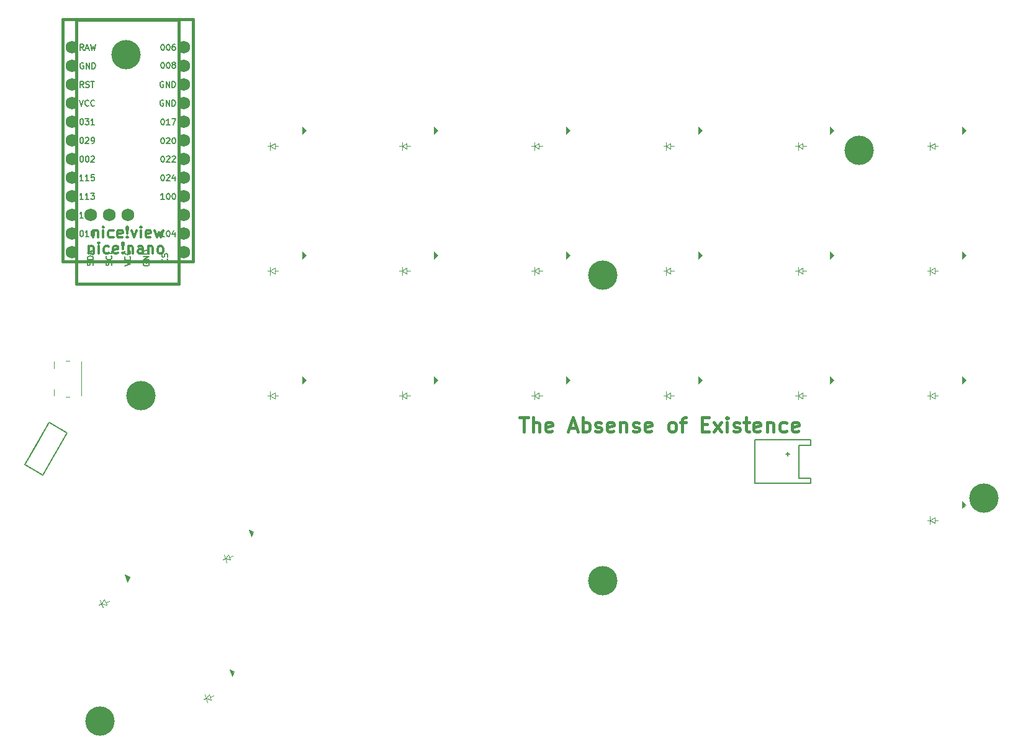
<source format=gbr>
%TF.GenerationSoftware,KiCad,Pcbnew,8.0.5*%
%TF.CreationDate,2024-09-15T18:22:07-04:00*%
%TF.ProjectId,theguy2,74686567-7579-4322-9e6b-696361645f70,v1.0.0*%
%TF.SameCoordinates,Original*%
%TF.FileFunction,Legend,Top*%
%TF.FilePolarity,Positive*%
%FSLAX46Y46*%
G04 Gerber Fmt 4.6, Leading zero omitted, Abs format (unit mm)*
G04 Created by KiCad (PCBNEW 8.0.5) date 2024-09-15 18:22:07*
%MOMM*%
%LPD*%
G01*
G04 APERTURE LIST*
%ADD10C,0.400000*%
%ADD11C,0.150000*%
%ADD12C,0.300000*%
%ADD13C,0.100000*%
%ADD14C,0.381000*%
%ADD15C,0.120000*%
%ADD16C,4.000000*%
%ADD17C,1.752600*%
G04 APERTURE END LIST*
D10*
X242453633Y-99904438D02*
X243596490Y-99904438D01*
X243025061Y-101904438D02*
X243025061Y-99904438D01*
X244263157Y-101904438D02*
X244263157Y-99904438D01*
X245120300Y-101904438D02*
X245120300Y-100856819D01*
X245120300Y-100856819D02*
X245025062Y-100666342D01*
X245025062Y-100666342D02*
X244834586Y-100571104D01*
X244834586Y-100571104D02*
X244548871Y-100571104D01*
X244548871Y-100571104D02*
X244358395Y-100666342D01*
X244358395Y-100666342D02*
X244263157Y-100761580D01*
X246834586Y-101809200D02*
X246644110Y-101904438D01*
X246644110Y-101904438D02*
X246263157Y-101904438D01*
X246263157Y-101904438D02*
X246072681Y-101809200D01*
X246072681Y-101809200D02*
X245977443Y-101618723D01*
X245977443Y-101618723D02*
X245977443Y-100856819D01*
X245977443Y-100856819D02*
X246072681Y-100666342D01*
X246072681Y-100666342D02*
X246263157Y-100571104D01*
X246263157Y-100571104D02*
X246644110Y-100571104D01*
X246644110Y-100571104D02*
X246834586Y-100666342D01*
X246834586Y-100666342D02*
X246929824Y-100856819D01*
X246929824Y-100856819D02*
X246929824Y-101047295D01*
X246929824Y-101047295D02*
X245977443Y-101237771D01*
X249215539Y-101333009D02*
X250167920Y-101333009D01*
X249025063Y-101904438D02*
X249691729Y-99904438D01*
X249691729Y-99904438D02*
X250358396Y-101904438D01*
X251025063Y-101904438D02*
X251025063Y-99904438D01*
X251025063Y-100666342D02*
X251215539Y-100571104D01*
X251215539Y-100571104D02*
X251596492Y-100571104D01*
X251596492Y-100571104D02*
X251786968Y-100666342D01*
X251786968Y-100666342D02*
X251882206Y-100761580D01*
X251882206Y-100761580D02*
X251977444Y-100952057D01*
X251977444Y-100952057D02*
X251977444Y-101523485D01*
X251977444Y-101523485D02*
X251882206Y-101713961D01*
X251882206Y-101713961D02*
X251786968Y-101809200D01*
X251786968Y-101809200D02*
X251596492Y-101904438D01*
X251596492Y-101904438D02*
X251215539Y-101904438D01*
X251215539Y-101904438D02*
X251025063Y-101809200D01*
X252739349Y-101809200D02*
X252929825Y-101904438D01*
X252929825Y-101904438D02*
X253310777Y-101904438D01*
X253310777Y-101904438D02*
X253501254Y-101809200D01*
X253501254Y-101809200D02*
X253596492Y-101618723D01*
X253596492Y-101618723D02*
X253596492Y-101523485D01*
X253596492Y-101523485D02*
X253501254Y-101333009D01*
X253501254Y-101333009D02*
X253310777Y-101237771D01*
X253310777Y-101237771D02*
X253025063Y-101237771D01*
X253025063Y-101237771D02*
X252834587Y-101142533D01*
X252834587Y-101142533D02*
X252739349Y-100952057D01*
X252739349Y-100952057D02*
X252739349Y-100856819D01*
X252739349Y-100856819D02*
X252834587Y-100666342D01*
X252834587Y-100666342D02*
X253025063Y-100571104D01*
X253025063Y-100571104D02*
X253310777Y-100571104D01*
X253310777Y-100571104D02*
X253501254Y-100666342D01*
X255215540Y-101809200D02*
X255025064Y-101904438D01*
X255025064Y-101904438D02*
X254644111Y-101904438D01*
X254644111Y-101904438D02*
X254453635Y-101809200D01*
X254453635Y-101809200D02*
X254358397Y-101618723D01*
X254358397Y-101618723D02*
X254358397Y-100856819D01*
X254358397Y-100856819D02*
X254453635Y-100666342D01*
X254453635Y-100666342D02*
X254644111Y-100571104D01*
X254644111Y-100571104D02*
X255025064Y-100571104D01*
X255025064Y-100571104D02*
X255215540Y-100666342D01*
X255215540Y-100666342D02*
X255310778Y-100856819D01*
X255310778Y-100856819D02*
X255310778Y-101047295D01*
X255310778Y-101047295D02*
X254358397Y-101237771D01*
X256167921Y-100571104D02*
X256167921Y-101904438D01*
X256167921Y-100761580D02*
X256263159Y-100666342D01*
X256263159Y-100666342D02*
X256453635Y-100571104D01*
X256453635Y-100571104D02*
X256739350Y-100571104D01*
X256739350Y-100571104D02*
X256929826Y-100666342D01*
X256929826Y-100666342D02*
X257025064Y-100856819D01*
X257025064Y-100856819D02*
X257025064Y-101904438D01*
X257882207Y-101809200D02*
X258072683Y-101904438D01*
X258072683Y-101904438D02*
X258453635Y-101904438D01*
X258453635Y-101904438D02*
X258644112Y-101809200D01*
X258644112Y-101809200D02*
X258739350Y-101618723D01*
X258739350Y-101618723D02*
X258739350Y-101523485D01*
X258739350Y-101523485D02*
X258644112Y-101333009D01*
X258644112Y-101333009D02*
X258453635Y-101237771D01*
X258453635Y-101237771D02*
X258167921Y-101237771D01*
X258167921Y-101237771D02*
X257977445Y-101142533D01*
X257977445Y-101142533D02*
X257882207Y-100952057D01*
X257882207Y-100952057D02*
X257882207Y-100856819D01*
X257882207Y-100856819D02*
X257977445Y-100666342D01*
X257977445Y-100666342D02*
X258167921Y-100571104D01*
X258167921Y-100571104D02*
X258453635Y-100571104D01*
X258453635Y-100571104D02*
X258644112Y-100666342D01*
X260358398Y-101809200D02*
X260167922Y-101904438D01*
X260167922Y-101904438D02*
X259786969Y-101904438D01*
X259786969Y-101904438D02*
X259596493Y-101809200D01*
X259596493Y-101809200D02*
X259501255Y-101618723D01*
X259501255Y-101618723D02*
X259501255Y-100856819D01*
X259501255Y-100856819D02*
X259596493Y-100666342D01*
X259596493Y-100666342D02*
X259786969Y-100571104D01*
X259786969Y-100571104D02*
X260167922Y-100571104D01*
X260167922Y-100571104D02*
X260358398Y-100666342D01*
X260358398Y-100666342D02*
X260453636Y-100856819D01*
X260453636Y-100856819D02*
X260453636Y-101047295D01*
X260453636Y-101047295D02*
X259501255Y-101237771D01*
X263120303Y-101904438D02*
X262929827Y-101809200D01*
X262929827Y-101809200D02*
X262834589Y-101713961D01*
X262834589Y-101713961D02*
X262739351Y-101523485D01*
X262739351Y-101523485D02*
X262739351Y-100952057D01*
X262739351Y-100952057D02*
X262834589Y-100761580D01*
X262834589Y-100761580D02*
X262929827Y-100666342D01*
X262929827Y-100666342D02*
X263120303Y-100571104D01*
X263120303Y-100571104D02*
X263406018Y-100571104D01*
X263406018Y-100571104D02*
X263596494Y-100666342D01*
X263596494Y-100666342D02*
X263691732Y-100761580D01*
X263691732Y-100761580D02*
X263786970Y-100952057D01*
X263786970Y-100952057D02*
X263786970Y-101523485D01*
X263786970Y-101523485D02*
X263691732Y-101713961D01*
X263691732Y-101713961D02*
X263596494Y-101809200D01*
X263596494Y-101809200D02*
X263406018Y-101904438D01*
X263406018Y-101904438D02*
X263120303Y-101904438D01*
X264358399Y-100571104D02*
X265120303Y-100571104D01*
X264644113Y-101904438D02*
X264644113Y-100190152D01*
X264644113Y-100190152D02*
X264739351Y-99999676D01*
X264739351Y-99999676D02*
X264929827Y-99904438D01*
X264929827Y-99904438D02*
X265120303Y-99904438D01*
X267310780Y-100856819D02*
X267977447Y-100856819D01*
X268263161Y-101904438D02*
X267310780Y-101904438D01*
X267310780Y-101904438D02*
X267310780Y-99904438D01*
X267310780Y-99904438D02*
X268263161Y-99904438D01*
X268929828Y-101904438D02*
X269977447Y-100571104D01*
X268929828Y-100571104D02*
X269977447Y-101904438D01*
X270739352Y-101904438D02*
X270739352Y-100571104D01*
X270739352Y-99904438D02*
X270644114Y-99999676D01*
X270644114Y-99999676D02*
X270739352Y-100094914D01*
X270739352Y-100094914D02*
X270834590Y-99999676D01*
X270834590Y-99999676D02*
X270739352Y-99904438D01*
X270739352Y-99904438D02*
X270739352Y-100094914D01*
X271596495Y-101809200D02*
X271786971Y-101904438D01*
X271786971Y-101904438D02*
X272167923Y-101904438D01*
X272167923Y-101904438D02*
X272358400Y-101809200D01*
X272358400Y-101809200D02*
X272453638Y-101618723D01*
X272453638Y-101618723D02*
X272453638Y-101523485D01*
X272453638Y-101523485D02*
X272358400Y-101333009D01*
X272358400Y-101333009D02*
X272167923Y-101237771D01*
X272167923Y-101237771D02*
X271882209Y-101237771D01*
X271882209Y-101237771D02*
X271691733Y-101142533D01*
X271691733Y-101142533D02*
X271596495Y-100952057D01*
X271596495Y-100952057D02*
X271596495Y-100856819D01*
X271596495Y-100856819D02*
X271691733Y-100666342D01*
X271691733Y-100666342D02*
X271882209Y-100571104D01*
X271882209Y-100571104D02*
X272167923Y-100571104D01*
X272167923Y-100571104D02*
X272358400Y-100666342D01*
X273025067Y-100571104D02*
X273786971Y-100571104D01*
X273310781Y-99904438D02*
X273310781Y-101618723D01*
X273310781Y-101618723D02*
X273406019Y-101809200D01*
X273406019Y-101809200D02*
X273596495Y-101904438D01*
X273596495Y-101904438D02*
X273786971Y-101904438D01*
X275215543Y-101809200D02*
X275025067Y-101904438D01*
X275025067Y-101904438D02*
X274644114Y-101904438D01*
X274644114Y-101904438D02*
X274453638Y-101809200D01*
X274453638Y-101809200D02*
X274358400Y-101618723D01*
X274358400Y-101618723D02*
X274358400Y-100856819D01*
X274358400Y-100856819D02*
X274453638Y-100666342D01*
X274453638Y-100666342D02*
X274644114Y-100571104D01*
X274644114Y-100571104D02*
X275025067Y-100571104D01*
X275025067Y-100571104D02*
X275215543Y-100666342D01*
X275215543Y-100666342D02*
X275310781Y-100856819D01*
X275310781Y-100856819D02*
X275310781Y-101047295D01*
X275310781Y-101047295D02*
X274358400Y-101237771D01*
X276167924Y-100571104D02*
X276167924Y-101904438D01*
X276167924Y-100761580D02*
X276263162Y-100666342D01*
X276263162Y-100666342D02*
X276453638Y-100571104D01*
X276453638Y-100571104D02*
X276739353Y-100571104D01*
X276739353Y-100571104D02*
X276929829Y-100666342D01*
X276929829Y-100666342D02*
X277025067Y-100856819D01*
X277025067Y-100856819D02*
X277025067Y-101904438D01*
X278834591Y-101809200D02*
X278644115Y-101904438D01*
X278644115Y-101904438D02*
X278263162Y-101904438D01*
X278263162Y-101904438D02*
X278072686Y-101809200D01*
X278072686Y-101809200D02*
X277977448Y-101713961D01*
X277977448Y-101713961D02*
X277882210Y-101523485D01*
X277882210Y-101523485D02*
X277882210Y-100952057D01*
X277882210Y-100952057D02*
X277977448Y-100761580D01*
X277977448Y-100761580D02*
X278072686Y-100666342D01*
X278072686Y-100666342D02*
X278263162Y-100571104D01*
X278263162Y-100571104D02*
X278644115Y-100571104D01*
X278644115Y-100571104D02*
X278834591Y-100666342D01*
X280453639Y-101809200D02*
X280263163Y-101904438D01*
X280263163Y-101904438D02*
X279882210Y-101904438D01*
X279882210Y-101904438D02*
X279691734Y-101809200D01*
X279691734Y-101809200D02*
X279596496Y-101618723D01*
X279596496Y-101618723D02*
X279596496Y-100856819D01*
X279596496Y-100856819D02*
X279691734Y-100666342D01*
X279691734Y-100666342D02*
X279882210Y-100571104D01*
X279882210Y-100571104D02*
X280263163Y-100571104D01*
X280263163Y-100571104D02*
X280453639Y-100666342D01*
X280453639Y-100666342D02*
X280548877Y-100856819D01*
X280548877Y-100856819D02*
X280548877Y-101047295D01*
X280548877Y-101047295D02*
X279596496Y-101237771D01*
D11*
X182904475Y-67622295D02*
X182447332Y-67622295D01*
X182675904Y-67622295D02*
X182675904Y-66822295D01*
X182675904Y-66822295D02*
X182599713Y-66936580D01*
X182599713Y-66936580D02*
X182523523Y-67012771D01*
X182523523Y-67012771D02*
X182447332Y-67050866D01*
X183666380Y-67622295D02*
X183209237Y-67622295D01*
X183437809Y-67622295D02*
X183437809Y-66822295D01*
X183437809Y-66822295D02*
X183361618Y-66936580D01*
X183361618Y-66936580D02*
X183285428Y-67012771D01*
X183285428Y-67012771D02*
X183209237Y-67050866D01*
X184390190Y-66822295D02*
X184009238Y-66822295D01*
X184009238Y-66822295D02*
X183971142Y-67203247D01*
X183971142Y-67203247D02*
X184009238Y-67165152D01*
X184009238Y-67165152D02*
X184085428Y-67127057D01*
X184085428Y-67127057D02*
X184275904Y-67127057D01*
X184275904Y-67127057D02*
X184352095Y-67165152D01*
X184352095Y-67165152D02*
X184390190Y-67203247D01*
X184390190Y-67203247D02*
X184428285Y-67279438D01*
X184428285Y-67279438D02*
X184428285Y-67469914D01*
X184428285Y-67469914D02*
X184390190Y-67546104D01*
X184390190Y-67546104D02*
X184352095Y-67584200D01*
X184352095Y-67584200D02*
X184275904Y-67622295D01*
X184275904Y-67622295D02*
X184085428Y-67622295D01*
X184085428Y-67622295D02*
X184009238Y-67584200D01*
X184009238Y-67584200D02*
X183971142Y-67546104D01*
X193712190Y-66822295D02*
X193788380Y-66822295D01*
X193788380Y-66822295D02*
X193864571Y-66860390D01*
X193864571Y-66860390D02*
X193902666Y-66898485D01*
X193902666Y-66898485D02*
X193940761Y-66974676D01*
X193940761Y-66974676D02*
X193978856Y-67127057D01*
X193978856Y-67127057D02*
X193978856Y-67317533D01*
X193978856Y-67317533D02*
X193940761Y-67469914D01*
X193940761Y-67469914D02*
X193902666Y-67546104D01*
X193902666Y-67546104D02*
X193864571Y-67584200D01*
X193864571Y-67584200D02*
X193788380Y-67622295D01*
X193788380Y-67622295D02*
X193712190Y-67622295D01*
X193712190Y-67622295D02*
X193635999Y-67584200D01*
X193635999Y-67584200D02*
X193597904Y-67546104D01*
X193597904Y-67546104D02*
X193559809Y-67469914D01*
X193559809Y-67469914D02*
X193521713Y-67317533D01*
X193521713Y-67317533D02*
X193521713Y-67127057D01*
X193521713Y-67127057D02*
X193559809Y-66974676D01*
X193559809Y-66974676D02*
X193597904Y-66898485D01*
X193597904Y-66898485D02*
X193635999Y-66860390D01*
X193635999Y-66860390D02*
X193712190Y-66822295D01*
X194283618Y-66898485D02*
X194321714Y-66860390D01*
X194321714Y-66860390D02*
X194397904Y-66822295D01*
X194397904Y-66822295D02*
X194588380Y-66822295D01*
X194588380Y-66822295D02*
X194664571Y-66860390D01*
X194664571Y-66860390D02*
X194702666Y-66898485D01*
X194702666Y-66898485D02*
X194740761Y-66974676D01*
X194740761Y-66974676D02*
X194740761Y-67050866D01*
X194740761Y-67050866D02*
X194702666Y-67165152D01*
X194702666Y-67165152D02*
X194245523Y-67622295D01*
X194245523Y-67622295D02*
X194740761Y-67622295D01*
X195426476Y-67088961D02*
X195426476Y-67622295D01*
X195236000Y-66784200D02*
X195045523Y-67355628D01*
X195045523Y-67355628D02*
X195540762Y-67355628D01*
X182637809Y-74442295D02*
X182713999Y-74442295D01*
X182713999Y-74442295D02*
X182790190Y-74480390D01*
X182790190Y-74480390D02*
X182828285Y-74518485D01*
X182828285Y-74518485D02*
X182866380Y-74594676D01*
X182866380Y-74594676D02*
X182904475Y-74747057D01*
X182904475Y-74747057D02*
X182904475Y-74937533D01*
X182904475Y-74937533D02*
X182866380Y-75089914D01*
X182866380Y-75089914D02*
X182828285Y-75166104D01*
X182828285Y-75166104D02*
X182790190Y-75204200D01*
X182790190Y-75204200D02*
X182713999Y-75242295D01*
X182713999Y-75242295D02*
X182637809Y-75242295D01*
X182637809Y-75242295D02*
X182561618Y-75204200D01*
X182561618Y-75204200D02*
X182523523Y-75166104D01*
X182523523Y-75166104D02*
X182485428Y-75089914D01*
X182485428Y-75089914D02*
X182447332Y-74937533D01*
X182447332Y-74937533D02*
X182447332Y-74747057D01*
X182447332Y-74747057D02*
X182485428Y-74594676D01*
X182485428Y-74594676D02*
X182523523Y-74518485D01*
X182523523Y-74518485D02*
X182561618Y-74480390D01*
X182561618Y-74480390D02*
X182637809Y-74442295D01*
X183666380Y-75242295D02*
X183209237Y-75242295D01*
X183437809Y-75242295D02*
X183437809Y-74442295D01*
X183437809Y-74442295D02*
X183361618Y-74556580D01*
X183361618Y-74556580D02*
X183285428Y-74632771D01*
X183285428Y-74632771D02*
X183209237Y-74670866D01*
X184161619Y-74442295D02*
X184237809Y-74442295D01*
X184237809Y-74442295D02*
X184314000Y-74480390D01*
X184314000Y-74480390D02*
X184352095Y-74518485D01*
X184352095Y-74518485D02*
X184390190Y-74594676D01*
X184390190Y-74594676D02*
X184428285Y-74747057D01*
X184428285Y-74747057D02*
X184428285Y-74937533D01*
X184428285Y-74937533D02*
X184390190Y-75089914D01*
X184390190Y-75089914D02*
X184352095Y-75166104D01*
X184352095Y-75166104D02*
X184314000Y-75204200D01*
X184314000Y-75204200D02*
X184237809Y-75242295D01*
X184237809Y-75242295D02*
X184161619Y-75242295D01*
X184161619Y-75242295D02*
X184085428Y-75204200D01*
X184085428Y-75204200D02*
X184047333Y-75166104D01*
X184047333Y-75166104D02*
X184009238Y-75089914D01*
X184009238Y-75089914D02*
X183971142Y-74937533D01*
X183971142Y-74937533D02*
X183971142Y-74747057D01*
X183971142Y-74747057D02*
X184009238Y-74594676D01*
X184009238Y-74594676D02*
X184047333Y-74518485D01*
X184047333Y-74518485D02*
X184085428Y-74480390D01*
X184085428Y-74480390D02*
X184161619Y-74442295D01*
X182910809Y-51620390D02*
X182834619Y-51582295D01*
X182834619Y-51582295D02*
X182720333Y-51582295D01*
X182720333Y-51582295D02*
X182606047Y-51620390D01*
X182606047Y-51620390D02*
X182529857Y-51696580D01*
X182529857Y-51696580D02*
X182491762Y-51772771D01*
X182491762Y-51772771D02*
X182453666Y-51925152D01*
X182453666Y-51925152D02*
X182453666Y-52039438D01*
X182453666Y-52039438D02*
X182491762Y-52191819D01*
X182491762Y-52191819D02*
X182529857Y-52268009D01*
X182529857Y-52268009D02*
X182606047Y-52344200D01*
X182606047Y-52344200D02*
X182720333Y-52382295D01*
X182720333Y-52382295D02*
X182796524Y-52382295D01*
X182796524Y-52382295D02*
X182910809Y-52344200D01*
X182910809Y-52344200D02*
X182948905Y-52306104D01*
X182948905Y-52306104D02*
X182948905Y-52039438D01*
X182948905Y-52039438D02*
X182796524Y-52039438D01*
X183291762Y-52382295D02*
X183291762Y-51582295D01*
X183291762Y-51582295D02*
X183748905Y-52382295D01*
X183748905Y-52382295D02*
X183748905Y-51582295D01*
X184129857Y-52382295D02*
X184129857Y-51582295D01*
X184129857Y-51582295D02*
X184320333Y-51582295D01*
X184320333Y-51582295D02*
X184434619Y-51620390D01*
X184434619Y-51620390D02*
X184510809Y-51696580D01*
X184510809Y-51696580D02*
X184548904Y-51772771D01*
X184548904Y-51772771D02*
X184587000Y-51925152D01*
X184587000Y-51925152D02*
X184587000Y-52039438D01*
X184587000Y-52039438D02*
X184548904Y-52191819D01*
X184548904Y-52191819D02*
X184510809Y-52268009D01*
X184510809Y-52268009D02*
X184434619Y-52344200D01*
X184434619Y-52344200D02*
X184320333Y-52382295D01*
X184320333Y-52382295D02*
X184129857Y-52382295D01*
X182371142Y-56662295D02*
X182637809Y-57462295D01*
X182637809Y-57462295D02*
X182904475Y-56662295D01*
X183628285Y-57386104D02*
X183590189Y-57424200D01*
X183590189Y-57424200D02*
X183475904Y-57462295D01*
X183475904Y-57462295D02*
X183399713Y-57462295D01*
X183399713Y-57462295D02*
X183285427Y-57424200D01*
X183285427Y-57424200D02*
X183209237Y-57348009D01*
X183209237Y-57348009D02*
X183171142Y-57271819D01*
X183171142Y-57271819D02*
X183133046Y-57119438D01*
X183133046Y-57119438D02*
X183133046Y-57005152D01*
X183133046Y-57005152D02*
X183171142Y-56852771D01*
X183171142Y-56852771D02*
X183209237Y-56776580D01*
X183209237Y-56776580D02*
X183285427Y-56700390D01*
X183285427Y-56700390D02*
X183399713Y-56662295D01*
X183399713Y-56662295D02*
X183475904Y-56662295D01*
X183475904Y-56662295D02*
X183590189Y-56700390D01*
X183590189Y-56700390D02*
X183628285Y-56738485D01*
X184428285Y-57386104D02*
X184390189Y-57424200D01*
X184390189Y-57424200D02*
X184275904Y-57462295D01*
X184275904Y-57462295D02*
X184199713Y-57462295D01*
X184199713Y-57462295D02*
X184085427Y-57424200D01*
X184085427Y-57424200D02*
X184009237Y-57348009D01*
X184009237Y-57348009D02*
X183971142Y-57271819D01*
X183971142Y-57271819D02*
X183933046Y-57119438D01*
X183933046Y-57119438D02*
X183933046Y-57005152D01*
X183933046Y-57005152D02*
X183971142Y-56852771D01*
X183971142Y-56852771D02*
X184009237Y-56776580D01*
X184009237Y-56776580D02*
X184085427Y-56700390D01*
X184085427Y-56700390D02*
X184199713Y-56662295D01*
X184199713Y-56662295D02*
X184275904Y-56662295D01*
X184275904Y-56662295D02*
X184390189Y-56700390D01*
X184390189Y-56700390D02*
X184428285Y-56738485D01*
X193712190Y-49042295D02*
X193788380Y-49042295D01*
X193788380Y-49042295D02*
X193864571Y-49080390D01*
X193864571Y-49080390D02*
X193902666Y-49118485D01*
X193902666Y-49118485D02*
X193940761Y-49194676D01*
X193940761Y-49194676D02*
X193978856Y-49347057D01*
X193978856Y-49347057D02*
X193978856Y-49537533D01*
X193978856Y-49537533D02*
X193940761Y-49689914D01*
X193940761Y-49689914D02*
X193902666Y-49766104D01*
X193902666Y-49766104D02*
X193864571Y-49804200D01*
X193864571Y-49804200D02*
X193788380Y-49842295D01*
X193788380Y-49842295D02*
X193712190Y-49842295D01*
X193712190Y-49842295D02*
X193635999Y-49804200D01*
X193635999Y-49804200D02*
X193597904Y-49766104D01*
X193597904Y-49766104D02*
X193559809Y-49689914D01*
X193559809Y-49689914D02*
X193521713Y-49537533D01*
X193521713Y-49537533D02*
X193521713Y-49347057D01*
X193521713Y-49347057D02*
X193559809Y-49194676D01*
X193559809Y-49194676D02*
X193597904Y-49118485D01*
X193597904Y-49118485D02*
X193635999Y-49080390D01*
X193635999Y-49080390D02*
X193712190Y-49042295D01*
X194474095Y-49042295D02*
X194550285Y-49042295D01*
X194550285Y-49042295D02*
X194626476Y-49080390D01*
X194626476Y-49080390D02*
X194664571Y-49118485D01*
X194664571Y-49118485D02*
X194702666Y-49194676D01*
X194702666Y-49194676D02*
X194740761Y-49347057D01*
X194740761Y-49347057D02*
X194740761Y-49537533D01*
X194740761Y-49537533D02*
X194702666Y-49689914D01*
X194702666Y-49689914D02*
X194664571Y-49766104D01*
X194664571Y-49766104D02*
X194626476Y-49804200D01*
X194626476Y-49804200D02*
X194550285Y-49842295D01*
X194550285Y-49842295D02*
X194474095Y-49842295D01*
X194474095Y-49842295D02*
X194397904Y-49804200D01*
X194397904Y-49804200D02*
X194359809Y-49766104D01*
X194359809Y-49766104D02*
X194321714Y-49689914D01*
X194321714Y-49689914D02*
X194283618Y-49537533D01*
X194283618Y-49537533D02*
X194283618Y-49347057D01*
X194283618Y-49347057D02*
X194321714Y-49194676D01*
X194321714Y-49194676D02*
X194359809Y-49118485D01*
X194359809Y-49118485D02*
X194397904Y-49080390D01*
X194397904Y-49080390D02*
X194474095Y-49042295D01*
X195426476Y-49042295D02*
X195274095Y-49042295D01*
X195274095Y-49042295D02*
X195197904Y-49080390D01*
X195197904Y-49080390D02*
X195159809Y-49118485D01*
X195159809Y-49118485D02*
X195083619Y-49232771D01*
X195083619Y-49232771D02*
X195045523Y-49385152D01*
X195045523Y-49385152D02*
X195045523Y-49689914D01*
X195045523Y-49689914D02*
X195083619Y-49766104D01*
X195083619Y-49766104D02*
X195121714Y-49804200D01*
X195121714Y-49804200D02*
X195197904Y-49842295D01*
X195197904Y-49842295D02*
X195350285Y-49842295D01*
X195350285Y-49842295D02*
X195426476Y-49804200D01*
X195426476Y-49804200D02*
X195464571Y-49766104D01*
X195464571Y-49766104D02*
X195502666Y-49689914D01*
X195502666Y-49689914D02*
X195502666Y-49499438D01*
X195502666Y-49499438D02*
X195464571Y-49423247D01*
X195464571Y-49423247D02*
X195426476Y-49385152D01*
X195426476Y-49385152D02*
X195350285Y-49347057D01*
X195350285Y-49347057D02*
X195197904Y-49347057D01*
X195197904Y-49347057D02*
X195121714Y-49385152D01*
X195121714Y-49385152D02*
X195083619Y-49423247D01*
X195083619Y-49423247D02*
X195045523Y-49499438D01*
X182904475Y-70162295D02*
X182447332Y-70162295D01*
X182675904Y-70162295D02*
X182675904Y-69362295D01*
X182675904Y-69362295D02*
X182599713Y-69476580D01*
X182599713Y-69476580D02*
X182523523Y-69552771D01*
X182523523Y-69552771D02*
X182447332Y-69590866D01*
X183666380Y-70162295D02*
X183209237Y-70162295D01*
X183437809Y-70162295D02*
X183437809Y-69362295D01*
X183437809Y-69362295D02*
X183361618Y-69476580D01*
X183361618Y-69476580D02*
X183285428Y-69552771D01*
X183285428Y-69552771D02*
X183209237Y-69590866D01*
X183933047Y-69362295D02*
X184428285Y-69362295D01*
X184428285Y-69362295D02*
X184161619Y-69667057D01*
X184161619Y-69667057D02*
X184275904Y-69667057D01*
X184275904Y-69667057D02*
X184352095Y-69705152D01*
X184352095Y-69705152D02*
X184390190Y-69743247D01*
X184390190Y-69743247D02*
X184428285Y-69819438D01*
X184428285Y-69819438D02*
X184428285Y-70009914D01*
X184428285Y-70009914D02*
X184390190Y-70086104D01*
X184390190Y-70086104D02*
X184352095Y-70124200D01*
X184352095Y-70124200D02*
X184275904Y-70162295D01*
X184275904Y-70162295D02*
X184047333Y-70162295D01*
X184047333Y-70162295D02*
X183971142Y-70124200D01*
X183971142Y-70124200D02*
X183933047Y-70086104D01*
D12*
X183685285Y-76590328D02*
X183685285Y-77590328D01*
X183685285Y-76733185D02*
X183756714Y-76661757D01*
X183756714Y-76661757D02*
X183899571Y-76590328D01*
X183899571Y-76590328D02*
X184113857Y-76590328D01*
X184113857Y-76590328D02*
X184256714Y-76661757D01*
X184256714Y-76661757D02*
X184328143Y-76804614D01*
X184328143Y-76804614D02*
X184328143Y-77590328D01*
X185042428Y-77590328D02*
X185042428Y-76590328D01*
X185042428Y-76090328D02*
X184971000Y-76161757D01*
X184971000Y-76161757D02*
X185042428Y-76233185D01*
X185042428Y-76233185D02*
X185113857Y-76161757D01*
X185113857Y-76161757D02*
X185042428Y-76090328D01*
X185042428Y-76090328D02*
X185042428Y-76233185D01*
X186399572Y-77518900D02*
X186256714Y-77590328D01*
X186256714Y-77590328D02*
X185971000Y-77590328D01*
X185971000Y-77590328D02*
X185828143Y-77518900D01*
X185828143Y-77518900D02*
X185756714Y-77447471D01*
X185756714Y-77447471D02*
X185685286Y-77304614D01*
X185685286Y-77304614D02*
X185685286Y-76876042D01*
X185685286Y-76876042D02*
X185756714Y-76733185D01*
X185756714Y-76733185D02*
X185828143Y-76661757D01*
X185828143Y-76661757D02*
X185971000Y-76590328D01*
X185971000Y-76590328D02*
X186256714Y-76590328D01*
X186256714Y-76590328D02*
X186399572Y-76661757D01*
X187613857Y-77518900D02*
X187471000Y-77590328D01*
X187471000Y-77590328D02*
X187185286Y-77590328D01*
X187185286Y-77590328D02*
X187042428Y-77518900D01*
X187042428Y-77518900D02*
X186971000Y-77376042D01*
X186971000Y-77376042D02*
X186971000Y-76804614D01*
X186971000Y-76804614D02*
X187042428Y-76661757D01*
X187042428Y-76661757D02*
X187185286Y-76590328D01*
X187185286Y-76590328D02*
X187471000Y-76590328D01*
X187471000Y-76590328D02*
X187613857Y-76661757D01*
X187613857Y-76661757D02*
X187685286Y-76804614D01*
X187685286Y-76804614D02*
X187685286Y-76947471D01*
X187685286Y-76947471D02*
X186971000Y-77090328D01*
X188328142Y-77447471D02*
X188399571Y-77518900D01*
X188399571Y-77518900D02*
X188328142Y-77590328D01*
X188328142Y-77590328D02*
X188256714Y-77518900D01*
X188256714Y-77518900D02*
X188328142Y-77447471D01*
X188328142Y-77447471D02*
X188328142Y-77590328D01*
X188328142Y-77018900D02*
X188256714Y-76161757D01*
X188256714Y-76161757D02*
X188328142Y-76090328D01*
X188328142Y-76090328D02*
X188399571Y-76161757D01*
X188399571Y-76161757D02*
X188328142Y-77018900D01*
X188328142Y-77018900D02*
X188328142Y-76090328D01*
X189042428Y-76590328D02*
X189042428Y-77590328D01*
X189042428Y-76733185D02*
X189113857Y-76661757D01*
X189113857Y-76661757D02*
X189256714Y-76590328D01*
X189256714Y-76590328D02*
X189471000Y-76590328D01*
X189471000Y-76590328D02*
X189613857Y-76661757D01*
X189613857Y-76661757D02*
X189685286Y-76804614D01*
X189685286Y-76804614D02*
X189685286Y-77590328D01*
X191042429Y-77590328D02*
X191042429Y-76804614D01*
X191042429Y-76804614D02*
X190971000Y-76661757D01*
X190971000Y-76661757D02*
X190828143Y-76590328D01*
X190828143Y-76590328D02*
X190542429Y-76590328D01*
X190542429Y-76590328D02*
X190399571Y-76661757D01*
X191042429Y-77518900D02*
X190899571Y-77590328D01*
X190899571Y-77590328D02*
X190542429Y-77590328D01*
X190542429Y-77590328D02*
X190399571Y-77518900D01*
X190399571Y-77518900D02*
X190328143Y-77376042D01*
X190328143Y-77376042D02*
X190328143Y-77233185D01*
X190328143Y-77233185D02*
X190399571Y-77090328D01*
X190399571Y-77090328D02*
X190542429Y-77018900D01*
X190542429Y-77018900D02*
X190899571Y-77018900D01*
X190899571Y-77018900D02*
X191042429Y-76947471D01*
X191756714Y-76590328D02*
X191756714Y-77590328D01*
X191756714Y-76733185D02*
X191828143Y-76661757D01*
X191828143Y-76661757D02*
X191971000Y-76590328D01*
X191971000Y-76590328D02*
X192185286Y-76590328D01*
X192185286Y-76590328D02*
X192328143Y-76661757D01*
X192328143Y-76661757D02*
X192399572Y-76804614D01*
X192399572Y-76804614D02*
X192399572Y-77590328D01*
X193328143Y-77590328D02*
X193185286Y-77518900D01*
X193185286Y-77518900D02*
X193113857Y-77447471D01*
X193113857Y-77447471D02*
X193042429Y-77304614D01*
X193042429Y-77304614D02*
X193042429Y-76876042D01*
X193042429Y-76876042D02*
X193113857Y-76733185D01*
X193113857Y-76733185D02*
X193185286Y-76661757D01*
X193185286Y-76661757D02*
X193328143Y-76590328D01*
X193328143Y-76590328D02*
X193542429Y-76590328D01*
X193542429Y-76590328D02*
X193685286Y-76661757D01*
X193685286Y-76661757D02*
X193756715Y-76733185D01*
X193756715Y-76733185D02*
X193828143Y-76876042D01*
X193828143Y-76876042D02*
X193828143Y-77304614D01*
X193828143Y-77304614D02*
X193756715Y-77447471D01*
X193756715Y-77447471D02*
X193685286Y-77518900D01*
X193685286Y-77518900D02*
X193542429Y-77590328D01*
X193542429Y-77590328D02*
X193328143Y-77590328D01*
D11*
X193712190Y-59212295D02*
X193788380Y-59212295D01*
X193788380Y-59212295D02*
X193864571Y-59250390D01*
X193864571Y-59250390D02*
X193902666Y-59288485D01*
X193902666Y-59288485D02*
X193940761Y-59364676D01*
X193940761Y-59364676D02*
X193978856Y-59517057D01*
X193978856Y-59517057D02*
X193978856Y-59707533D01*
X193978856Y-59707533D02*
X193940761Y-59859914D01*
X193940761Y-59859914D02*
X193902666Y-59936104D01*
X193902666Y-59936104D02*
X193864571Y-59974200D01*
X193864571Y-59974200D02*
X193788380Y-60012295D01*
X193788380Y-60012295D02*
X193712190Y-60012295D01*
X193712190Y-60012295D02*
X193635999Y-59974200D01*
X193635999Y-59974200D02*
X193597904Y-59936104D01*
X193597904Y-59936104D02*
X193559809Y-59859914D01*
X193559809Y-59859914D02*
X193521713Y-59707533D01*
X193521713Y-59707533D02*
X193521713Y-59517057D01*
X193521713Y-59517057D02*
X193559809Y-59364676D01*
X193559809Y-59364676D02*
X193597904Y-59288485D01*
X193597904Y-59288485D02*
X193635999Y-59250390D01*
X193635999Y-59250390D02*
X193712190Y-59212295D01*
X194740761Y-60012295D02*
X194283618Y-60012295D01*
X194512190Y-60012295D02*
X194512190Y-59212295D01*
X194512190Y-59212295D02*
X194435999Y-59326580D01*
X194435999Y-59326580D02*
X194359809Y-59402771D01*
X194359809Y-59402771D02*
X194283618Y-59440866D01*
X195007428Y-59212295D02*
X195540762Y-59212295D01*
X195540762Y-59212295D02*
X195197904Y-60012295D01*
X182637809Y-59202295D02*
X182713999Y-59202295D01*
X182713999Y-59202295D02*
X182790190Y-59240390D01*
X182790190Y-59240390D02*
X182828285Y-59278485D01*
X182828285Y-59278485D02*
X182866380Y-59354676D01*
X182866380Y-59354676D02*
X182904475Y-59507057D01*
X182904475Y-59507057D02*
X182904475Y-59697533D01*
X182904475Y-59697533D02*
X182866380Y-59849914D01*
X182866380Y-59849914D02*
X182828285Y-59926104D01*
X182828285Y-59926104D02*
X182790190Y-59964200D01*
X182790190Y-59964200D02*
X182713999Y-60002295D01*
X182713999Y-60002295D02*
X182637809Y-60002295D01*
X182637809Y-60002295D02*
X182561618Y-59964200D01*
X182561618Y-59964200D02*
X182523523Y-59926104D01*
X182523523Y-59926104D02*
X182485428Y-59849914D01*
X182485428Y-59849914D02*
X182447332Y-59697533D01*
X182447332Y-59697533D02*
X182447332Y-59507057D01*
X182447332Y-59507057D02*
X182485428Y-59354676D01*
X182485428Y-59354676D02*
X182523523Y-59278485D01*
X182523523Y-59278485D02*
X182561618Y-59240390D01*
X182561618Y-59240390D02*
X182637809Y-59202295D01*
X183171142Y-59202295D02*
X183666380Y-59202295D01*
X183666380Y-59202295D02*
X183399714Y-59507057D01*
X183399714Y-59507057D02*
X183513999Y-59507057D01*
X183513999Y-59507057D02*
X183590190Y-59545152D01*
X183590190Y-59545152D02*
X183628285Y-59583247D01*
X183628285Y-59583247D02*
X183666380Y-59659438D01*
X183666380Y-59659438D02*
X183666380Y-59849914D01*
X183666380Y-59849914D02*
X183628285Y-59926104D01*
X183628285Y-59926104D02*
X183590190Y-59964200D01*
X183590190Y-59964200D02*
X183513999Y-60002295D01*
X183513999Y-60002295D02*
X183285428Y-60002295D01*
X183285428Y-60002295D02*
X183209237Y-59964200D01*
X183209237Y-59964200D02*
X183171142Y-59926104D01*
X184428285Y-60002295D02*
X183971142Y-60002295D01*
X184199714Y-60002295D02*
X184199714Y-59202295D01*
X184199714Y-59202295D02*
X184123523Y-59316580D01*
X184123523Y-59316580D02*
X184047333Y-59392771D01*
X184047333Y-59392771D02*
X183971142Y-59430866D01*
X193826476Y-54160390D02*
X193750286Y-54122295D01*
X193750286Y-54122295D02*
X193636000Y-54122295D01*
X193636000Y-54122295D02*
X193521714Y-54160390D01*
X193521714Y-54160390D02*
X193445524Y-54236580D01*
X193445524Y-54236580D02*
X193407429Y-54312771D01*
X193407429Y-54312771D02*
X193369333Y-54465152D01*
X193369333Y-54465152D02*
X193369333Y-54579438D01*
X193369333Y-54579438D02*
X193407429Y-54731819D01*
X193407429Y-54731819D02*
X193445524Y-54808009D01*
X193445524Y-54808009D02*
X193521714Y-54884200D01*
X193521714Y-54884200D02*
X193636000Y-54922295D01*
X193636000Y-54922295D02*
X193712191Y-54922295D01*
X193712191Y-54922295D02*
X193826476Y-54884200D01*
X193826476Y-54884200D02*
X193864572Y-54846104D01*
X193864572Y-54846104D02*
X193864572Y-54579438D01*
X193864572Y-54579438D02*
X193712191Y-54579438D01*
X194207429Y-54922295D02*
X194207429Y-54122295D01*
X194207429Y-54122295D02*
X194664572Y-54922295D01*
X194664572Y-54922295D02*
X194664572Y-54122295D01*
X195045524Y-54922295D02*
X195045524Y-54122295D01*
X195045524Y-54122295D02*
X195236000Y-54122295D01*
X195236000Y-54122295D02*
X195350286Y-54160390D01*
X195350286Y-54160390D02*
X195426476Y-54236580D01*
X195426476Y-54236580D02*
X195464571Y-54312771D01*
X195464571Y-54312771D02*
X195502667Y-54465152D01*
X195502667Y-54465152D02*
X195502667Y-54579438D01*
X195502667Y-54579438D02*
X195464571Y-54731819D01*
X195464571Y-54731819D02*
X195426476Y-54808009D01*
X195426476Y-54808009D02*
X195350286Y-54884200D01*
X195350286Y-54884200D02*
X195236000Y-54922295D01*
X195236000Y-54922295D02*
X195045524Y-54922295D01*
X182948904Y-49842295D02*
X182682237Y-49461342D01*
X182491761Y-49842295D02*
X182491761Y-49042295D01*
X182491761Y-49042295D02*
X182796523Y-49042295D01*
X182796523Y-49042295D02*
X182872713Y-49080390D01*
X182872713Y-49080390D02*
X182910808Y-49118485D01*
X182910808Y-49118485D02*
X182948904Y-49194676D01*
X182948904Y-49194676D02*
X182948904Y-49308961D01*
X182948904Y-49308961D02*
X182910808Y-49385152D01*
X182910808Y-49385152D02*
X182872713Y-49423247D01*
X182872713Y-49423247D02*
X182796523Y-49461342D01*
X182796523Y-49461342D02*
X182491761Y-49461342D01*
X183253665Y-49613723D02*
X183634618Y-49613723D01*
X183177475Y-49842295D02*
X183444142Y-49042295D01*
X183444142Y-49042295D02*
X183710808Y-49842295D01*
X183901284Y-49042295D02*
X184091760Y-49842295D01*
X184091760Y-49842295D02*
X184244141Y-49270866D01*
X184244141Y-49270866D02*
X184396522Y-49842295D01*
X184396522Y-49842295D02*
X184586999Y-49042295D01*
X193826476Y-56700390D02*
X193750286Y-56662295D01*
X193750286Y-56662295D02*
X193636000Y-56662295D01*
X193636000Y-56662295D02*
X193521714Y-56700390D01*
X193521714Y-56700390D02*
X193445524Y-56776580D01*
X193445524Y-56776580D02*
X193407429Y-56852771D01*
X193407429Y-56852771D02*
X193369333Y-57005152D01*
X193369333Y-57005152D02*
X193369333Y-57119438D01*
X193369333Y-57119438D02*
X193407429Y-57271819D01*
X193407429Y-57271819D02*
X193445524Y-57348009D01*
X193445524Y-57348009D02*
X193521714Y-57424200D01*
X193521714Y-57424200D02*
X193636000Y-57462295D01*
X193636000Y-57462295D02*
X193712191Y-57462295D01*
X193712191Y-57462295D02*
X193826476Y-57424200D01*
X193826476Y-57424200D02*
X193864572Y-57386104D01*
X193864572Y-57386104D02*
X193864572Y-57119438D01*
X193864572Y-57119438D02*
X193712191Y-57119438D01*
X194207429Y-57462295D02*
X194207429Y-56662295D01*
X194207429Y-56662295D02*
X194664572Y-57462295D01*
X194664572Y-57462295D02*
X194664572Y-56662295D01*
X195045524Y-57462295D02*
X195045524Y-56662295D01*
X195045524Y-56662295D02*
X195236000Y-56662295D01*
X195236000Y-56662295D02*
X195350286Y-56700390D01*
X195350286Y-56700390D02*
X195426476Y-56776580D01*
X195426476Y-56776580D02*
X195464571Y-56852771D01*
X195464571Y-56852771D02*
X195502667Y-57005152D01*
X195502667Y-57005152D02*
X195502667Y-57119438D01*
X195502667Y-57119438D02*
X195464571Y-57271819D01*
X195464571Y-57271819D02*
X195426476Y-57348009D01*
X195426476Y-57348009D02*
X195350286Y-57424200D01*
X195350286Y-57424200D02*
X195236000Y-57462295D01*
X195236000Y-57462295D02*
X195045524Y-57462295D01*
X182904475Y-72702295D02*
X182447332Y-72702295D01*
X182675904Y-72702295D02*
X182675904Y-71902295D01*
X182675904Y-71902295D02*
X182599713Y-72016580D01*
X182599713Y-72016580D02*
X182523523Y-72092771D01*
X182523523Y-72092771D02*
X182447332Y-72130866D01*
X183666380Y-72702295D02*
X183209237Y-72702295D01*
X183437809Y-72702295D02*
X183437809Y-71902295D01*
X183437809Y-71902295D02*
X183361618Y-72016580D01*
X183361618Y-72016580D02*
X183285428Y-72092771D01*
X183285428Y-72092771D02*
X183209237Y-72130866D01*
X184428285Y-72702295D02*
X183971142Y-72702295D01*
X184199714Y-72702295D02*
X184199714Y-71902295D01*
X184199714Y-71902295D02*
X184123523Y-72016580D01*
X184123523Y-72016580D02*
X184047333Y-72092771D01*
X184047333Y-72092771D02*
X183971142Y-72130866D01*
X193978856Y-75242295D02*
X193521713Y-75242295D01*
X193750285Y-75242295D02*
X193750285Y-74442295D01*
X193750285Y-74442295D02*
X193674094Y-74556580D01*
X193674094Y-74556580D02*
X193597904Y-74632771D01*
X193597904Y-74632771D02*
X193521713Y-74670866D01*
X194474095Y-74442295D02*
X194550285Y-74442295D01*
X194550285Y-74442295D02*
X194626476Y-74480390D01*
X194626476Y-74480390D02*
X194664571Y-74518485D01*
X194664571Y-74518485D02*
X194702666Y-74594676D01*
X194702666Y-74594676D02*
X194740761Y-74747057D01*
X194740761Y-74747057D02*
X194740761Y-74937533D01*
X194740761Y-74937533D02*
X194702666Y-75089914D01*
X194702666Y-75089914D02*
X194664571Y-75166104D01*
X194664571Y-75166104D02*
X194626476Y-75204200D01*
X194626476Y-75204200D02*
X194550285Y-75242295D01*
X194550285Y-75242295D02*
X194474095Y-75242295D01*
X194474095Y-75242295D02*
X194397904Y-75204200D01*
X194397904Y-75204200D02*
X194359809Y-75166104D01*
X194359809Y-75166104D02*
X194321714Y-75089914D01*
X194321714Y-75089914D02*
X194283618Y-74937533D01*
X194283618Y-74937533D02*
X194283618Y-74747057D01*
X194283618Y-74747057D02*
X194321714Y-74594676D01*
X194321714Y-74594676D02*
X194359809Y-74518485D01*
X194359809Y-74518485D02*
X194397904Y-74480390D01*
X194397904Y-74480390D02*
X194474095Y-74442295D01*
X195426476Y-74708961D02*
X195426476Y-75242295D01*
X195236000Y-74404200D02*
X195045523Y-74975628D01*
X195045523Y-74975628D02*
X195540762Y-74975628D01*
X182637809Y-64282295D02*
X182713999Y-64282295D01*
X182713999Y-64282295D02*
X182790190Y-64320390D01*
X182790190Y-64320390D02*
X182828285Y-64358485D01*
X182828285Y-64358485D02*
X182866380Y-64434676D01*
X182866380Y-64434676D02*
X182904475Y-64587057D01*
X182904475Y-64587057D02*
X182904475Y-64777533D01*
X182904475Y-64777533D02*
X182866380Y-64929914D01*
X182866380Y-64929914D02*
X182828285Y-65006104D01*
X182828285Y-65006104D02*
X182790190Y-65044200D01*
X182790190Y-65044200D02*
X182713999Y-65082295D01*
X182713999Y-65082295D02*
X182637809Y-65082295D01*
X182637809Y-65082295D02*
X182561618Y-65044200D01*
X182561618Y-65044200D02*
X182523523Y-65006104D01*
X182523523Y-65006104D02*
X182485428Y-64929914D01*
X182485428Y-64929914D02*
X182447332Y-64777533D01*
X182447332Y-64777533D02*
X182447332Y-64587057D01*
X182447332Y-64587057D02*
X182485428Y-64434676D01*
X182485428Y-64434676D02*
X182523523Y-64358485D01*
X182523523Y-64358485D02*
X182561618Y-64320390D01*
X182561618Y-64320390D02*
X182637809Y-64282295D01*
X183399714Y-64282295D02*
X183475904Y-64282295D01*
X183475904Y-64282295D02*
X183552095Y-64320390D01*
X183552095Y-64320390D02*
X183590190Y-64358485D01*
X183590190Y-64358485D02*
X183628285Y-64434676D01*
X183628285Y-64434676D02*
X183666380Y-64587057D01*
X183666380Y-64587057D02*
X183666380Y-64777533D01*
X183666380Y-64777533D02*
X183628285Y-64929914D01*
X183628285Y-64929914D02*
X183590190Y-65006104D01*
X183590190Y-65006104D02*
X183552095Y-65044200D01*
X183552095Y-65044200D02*
X183475904Y-65082295D01*
X183475904Y-65082295D02*
X183399714Y-65082295D01*
X183399714Y-65082295D02*
X183323523Y-65044200D01*
X183323523Y-65044200D02*
X183285428Y-65006104D01*
X183285428Y-65006104D02*
X183247333Y-64929914D01*
X183247333Y-64929914D02*
X183209237Y-64777533D01*
X183209237Y-64777533D02*
X183209237Y-64587057D01*
X183209237Y-64587057D02*
X183247333Y-64434676D01*
X183247333Y-64434676D02*
X183285428Y-64358485D01*
X183285428Y-64358485D02*
X183323523Y-64320390D01*
X183323523Y-64320390D02*
X183399714Y-64282295D01*
X183971142Y-64358485D02*
X184009238Y-64320390D01*
X184009238Y-64320390D02*
X184085428Y-64282295D01*
X184085428Y-64282295D02*
X184275904Y-64282295D01*
X184275904Y-64282295D02*
X184352095Y-64320390D01*
X184352095Y-64320390D02*
X184390190Y-64358485D01*
X184390190Y-64358485D02*
X184428285Y-64434676D01*
X184428285Y-64434676D02*
X184428285Y-64510866D01*
X184428285Y-64510866D02*
X184390190Y-64625152D01*
X184390190Y-64625152D02*
X183933047Y-65082295D01*
X183933047Y-65082295D02*
X184428285Y-65082295D01*
X193712190Y-64312295D02*
X193788380Y-64312295D01*
X193788380Y-64312295D02*
X193864571Y-64350390D01*
X193864571Y-64350390D02*
X193902666Y-64388485D01*
X193902666Y-64388485D02*
X193940761Y-64464676D01*
X193940761Y-64464676D02*
X193978856Y-64617057D01*
X193978856Y-64617057D02*
X193978856Y-64807533D01*
X193978856Y-64807533D02*
X193940761Y-64959914D01*
X193940761Y-64959914D02*
X193902666Y-65036104D01*
X193902666Y-65036104D02*
X193864571Y-65074200D01*
X193864571Y-65074200D02*
X193788380Y-65112295D01*
X193788380Y-65112295D02*
X193712190Y-65112295D01*
X193712190Y-65112295D02*
X193635999Y-65074200D01*
X193635999Y-65074200D02*
X193597904Y-65036104D01*
X193597904Y-65036104D02*
X193559809Y-64959914D01*
X193559809Y-64959914D02*
X193521713Y-64807533D01*
X193521713Y-64807533D02*
X193521713Y-64617057D01*
X193521713Y-64617057D02*
X193559809Y-64464676D01*
X193559809Y-64464676D02*
X193597904Y-64388485D01*
X193597904Y-64388485D02*
X193635999Y-64350390D01*
X193635999Y-64350390D02*
X193712190Y-64312295D01*
X194283618Y-64388485D02*
X194321714Y-64350390D01*
X194321714Y-64350390D02*
X194397904Y-64312295D01*
X194397904Y-64312295D02*
X194588380Y-64312295D01*
X194588380Y-64312295D02*
X194664571Y-64350390D01*
X194664571Y-64350390D02*
X194702666Y-64388485D01*
X194702666Y-64388485D02*
X194740761Y-64464676D01*
X194740761Y-64464676D02*
X194740761Y-64540866D01*
X194740761Y-64540866D02*
X194702666Y-64655152D01*
X194702666Y-64655152D02*
X194245523Y-65112295D01*
X194245523Y-65112295D02*
X194740761Y-65112295D01*
X195045523Y-64388485D02*
X195083619Y-64350390D01*
X195083619Y-64350390D02*
X195159809Y-64312295D01*
X195159809Y-64312295D02*
X195350285Y-64312295D01*
X195350285Y-64312295D02*
X195426476Y-64350390D01*
X195426476Y-64350390D02*
X195464571Y-64388485D01*
X195464571Y-64388485D02*
X195502666Y-64464676D01*
X195502666Y-64464676D02*
X195502666Y-64540866D01*
X195502666Y-64540866D02*
X195464571Y-64655152D01*
X195464571Y-64655152D02*
X195007428Y-65112295D01*
X195007428Y-65112295D02*
X195502666Y-65112295D01*
X182948905Y-54922295D02*
X182682238Y-54541342D01*
X182491762Y-54922295D02*
X182491762Y-54122295D01*
X182491762Y-54122295D02*
X182796524Y-54122295D01*
X182796524Y-54122295D02*
X182872714Y-54160390D01*
X182872714Y-54160390D02*
X182910809Y-54198485D01*
X182910809Y-54198485D02*
X182948905Y-54274676D01*
X182948905Y-54274676D02*
X182948905Y-54388961D01*
X182948905Y-54388961D02*
X182910809Y-54465152D01*
X182910809Y-54465152D02*
X182872714Y-54503247D01*
X182872714Y-54503247D02*
X182796524Y-54541342D01*
X182796524Y-54541342D02*
X182491762Y-54541342D01*
X183253666Y-54884200D02*
X183367952Y-54922295D01*
X183367952Y-54922295D02*
X183558428Y-54922295D01*
X183558428Y-54922295D02*
X183634619Y-54884200D01*
X183634619Y-54884200D02*
X183672714Y-54846104D01*
X183672714Y-54846104D02*
X183710809Y-54769914D01*
X183710809Y-54769914D02*
X183710809Y-54693723D01*
X183710809Y-54693723D02*
X183672714Y-54617533D01*
X183672714Y-54617533D02*
X183634619Y-54579438D01*
X183634619Y-54579438D02*
X183558428Y-54541342D01*
X183558428Y-54541342D02*
X183406047Y-54503247D01*
X183406047Y-54503247D02*
X183329857Y-54465152D01*
X183329857Y-54465152D02*
X183291762Y-54427057D01*
X183291762Y-54427057D02*
X183253666Y-54350866D01*
X183253666Y-54350866D02*
X183253666Y-54274676D01*
X183253666Y-54274676D02*
X183291762Y-54198485D01*
X183291762Y-54198485D02*
X183329857Y-54160390D01*
X183329857Y-54160390D02*
X183406047Y-54122295D01*
X183406047Y-54122295D02*
X183596524Y-54122295D01*
X183596524Y-54122295D02*
X183710809Y-54160390D01*
X183939381Y-54122295D02*
X184396524Y-54122295D01*
X184167952Y-54922295D02*
X184167952Y-54122295D01*
X193978856Y-70162295D02*
X193521713Y-70162295D01*
X193750285Y-70162295D02*
X193750285Y-69362295D01*
X193750285Y-69362295D02*
X193674094Y-69476580D01*
X193674094Y-69476580D02*
X193597904Y-69552771D01*
X193597904Y-69552771D02*
X193521713Y-69590866D01*
X194474095Y-69362295D02*
X194550285Y-69362295D01*
X194550285Y-69362295D02*
X194626476Y-69400390D01*
X194626476Y-69400390D02*
X194664571Y-69438485D01*
X194664571Y-69438485D02*
X194702666Y-69514676D01*
X194702666Y-69514676D02*
X194740761Y-69667057D01*
X194740761Y-69667057D02*
X194740761Y-69857533D01*
X194740761Y-69857533D02*
X194702666Y-70009914D01*
X194702666Y-70009914D02*
X194664571Y-70086104D01*
X194664571Y-70086104D02*
X194626476Y-70124200D01*
X194626476Y-70124200D02*
X194550285Y-70162295D01*
X194550285Y-70162295D02*
X194474095Y-70162295D01*
X194474095Y-70162295D02*
X194397904Y-70124200D01*
X194397904Y-70124200D02*
X194359809Y-70086104D01*
X194359809Y-70086104D02*
X194321714Y-70009914D01*
X194321714Y-70009914D02*
X194283618Y-69857533D01*
X194283618Y-69857533D02*
X194283618Y-69667057D01*
X194283618Y-69667057D02*
X194321714Y-69514676D01*
X194321714Y-69514676D02*
X194359809Y-69438485D01*
X194359809Y-69438485D02*
X194397904Y-69400390D01*
X194397904Y-69400390D02*
X194474095Y-69362295D01*
X195236000Y-69362295D02*
X195312190Y-69362295D01*
X195312190Y-69362295D02*
X195388381Y-69400390D01*
X195388381Y-69400390D02*
X195426476Y-69438485D01*
X195426476Y-69438485D02*
X195464571Y-69514676D01*
X195464571Y-69514676D02*
X195502666Y-69667057D01*
X195502666Y-69667057D02*
X195502666Y-69857533D01*
X195502666Y-69857533D02*
X195464571Y-70009914D01*
X195464571Y-70009914D02*
X195426476Y-70086104D01*
X195426476Y-70086104D02*
X195388381Y-70124200D01*
X195388381Y-70124200D02*
X195312190Y-70162295D01*
X195312190Y-70162295D02*
X195236000Y-70162295D01*
X195236000Y-70162295D02*
X195159809Y-70124200D01*
X195159809Y-70124200D02*
X195121714Y-70086104D01*
X195121714Y-70086104D02*
X195083619Y-70009914D01*
X195083619Y-70009914D02*
X195045523Y-69857533D01*
X195045523Y-69857533D02*
X195045523Y-69667057D01*
X195045523Y-69667057D02*
X195083619Y-69514676D01*
X195083619Y-69514676D02*
X195121714Y-69438485D01*
X195121714Y-69438485D02*
X195159809Y-69400390D01*
X195159809Y-69400390D02*
X195236000Y-69362295D01*
X193712190Y-51512295D02*
X193788380Y-51512295D01*
X193788380Y-51512295D02*
X193864571Y-51550390D01*
X193864571Y-51550390D02*
X193902666Y-51588485D01*
X193902666Y-51588485D02*
X193940761Y-51664676D01*
X193940761Y-51664676D02*
X193978856Y-51817057D01*
X193978856Y-51817057D02*
X193978856Y-52007533D01*
X193978856Y-52007533D02*
X193940761Y-52159914D01*
X193940761Y-52159914D02*
X193902666Y-52236104D01*
X193902666Y-52236104D02*
X193864571Y-52274200D01*
X193864571Y-52274200D02*
X193788380Y-52312295D01*
X193788380Y-52312295D02*
X193712190Y-52312295D01*
X193712190Y-52312295D02*
X193635999Y-52274200D01*
X193635999Y-52274200D02*
X193597904Y-52236104D01*
X193597904Y-52236104D02*
X193559809Y-52159914D01*
X193559809Y-52159914D02*
X193521713Y-52007533D01*
X193521713Y-52007533D02*
X193521713Y-51817057D01*
X193521713Y-51817057D02*
X193559809Y-51664676D01*
X193559809Y-51664676D02*
X193597904Y-51588485D01*
X193597904Y-51588485D02*
X193635999Y-51550390D01*
X193635999Y-51550390D02*
X193712190Y-51512295D01*
X194474095Y-51512295D02*
X194550285Y-51512295D01*
X194550285Y-51512295D02*
X194626476Y-51550390D01*
X194626476Y-51550390D02*
X194664571Y-51588485D01*
X194664571Y-51588485D02*
X194702666Y-51664676D01*
X194702666Y-51664676D02*
X194740761Y-51817057D01*
X194740761Y-51817057D02*
X194740761Y-52007533D01*
X194740761Y-52007533D02*
X194702666Y-52159914D01*
X194702666Y-52159914D02*
X194664571Y-52236104D01*
X194664571Y-52236104D02*
X194626476Y-52274200D01*
X194626476Y-52274200D02*
X194550285Y-52312295D01*
X194550285Y-52312295D02*
X194474095Y-52312295D01*
X194474095Y-52312295D02*
X194397904Y-52274200D01*
X194397904Y-52274200D02*
X194359809Y-52236104D01*
X194359809Y-52236104D02*
X194321714Y-52159914D01*
X194321714Y-52159914D02*
X194283618Y-52007533D01*
X194283618Y-52007533D02*
X194283618Y-51817057D01*
X194283618Y-51817057D02*
X194321714Y-51664676D01*
X194321714Y-51664676D02*
X194359809Y-51588485D01*
X194359809Y-51588485D02*
X194397904Y-51550390D01*
X194397904Y-51550390D02*
X194474095Y-51512295D01*
X195197904Y-51855152D02*
X195121714Y-51817057D01*
X195121714Y-51817057D02*
X195083619Y-51778961D01*
X195083619Y-51778961D02*
X195045523Y-51702771D01*
X195045523Y-51702771D02*
X195045523Y-51664676D01*
X195045523Y-51664676D02*
X195083619Y-51588485D01*
X195083619Y-51588485D02*
X195121714Y-51550390D01*
X195121714Y-51550390D02*
X195197904Y-51512295D01*
X195197904Y-51512295D02*
X195350285Y-51512295D01*
X195350285Y-51512295D02*
X195426476Y-51550390D01*
X195426476Y-51550390D02*
X195464571Y-51588485D01*
X195464571Y-51588485D02*
X195502666Y-51664676D01*
X195502666Y-51664676D02*
X195502666Y-51702771D01*
X195502666Y-51702771D02*
X195464571Y-51778961D01*
X195464571Y-51778961D02*
X195426476Y-51817057D01*
X195426476Y-51817057D02*
X195350285Y-51855152D01*
X195350285Y-51855152D02*
X195197904Y-51855152D01*
X195197904Y-51855152D02*
X195121714Y-51893247D01*
X195121714Y-51893247D02*
X195083619Y-51931342D01*
X195083619Y-51931342D02*
X195045523Y-52007533D01*
X195045523Y-52007533D02*
X195045523Y-52159914D01*
X195045523Y-52159914D02*
X195083619Y-52236104D01*
X195083619Y-52236104D02*
X195121714Y-52274200D01*
X195121714Y-52274200D02*
X195197904Y-52312295D01*
X195197904Y-52312295D02*
X195350285Y-52312295D01*
X195350285Y-52312295D02*
X195426476Y-52274200D01*
X195426476Y-52274200D02*
X195464571Y-52236104D01*
X195464571Y-52236104D02*
X195502666Y-52159914D01*
X195502666Y-52159914D02*
X195502666Y-52007533D01*
X195502666Y-52007533D02*
X195464571Y-51931342D01*
X195464571Y-51931342D02*
X195426476Y-51893247D01*
X195426476Y-51893247D02*
X195350285Y-51855152D01*
X193712190Y-61812295D02*
X193788380Y-61812295D01*
X193788380Y-61812295D02*
X193864571Y-61850390D01*
X193864571Y-61850390D02*
X193902666Y-61888485D01*
X193902666Y-61888485D02*
X193940761Y-61964676D01*
X193940761Y-61964676D02*
X193978856Y-62117057D01*
X193978856Y-62117057D02*
X193978856Y-62307533D01*
X193978856Y-62307533D02*
X193940761Y-62459914D01*
X193940761Y-62459914D02*
X193902666Y-62536104D01*
X193902666Y-62536104D02*
X193864571Y-62574200D01*
X193864571Y-62574200D02*
X193788380Y-62612295D01*
X193788380Y-62612295D02*
X193712190Y-62612295D01*
X193712190Y-62612295D02*
X193635999Y-62574200D01*
X193635999Y-62574200D02*
X193597904Y-62536104D01*
X193597904Y-62536104D02*
X193559809Y-62459914D01*
X193559809Y-62459914D02*
X193521713Y-62307533D01*
X193521713Y-62307533D02*
X193521713Y-62117057D01*
X193521713Y-62117057D02*
X193559809Y-61964676D01*
X193559809Y-61964676D02*
X193597904Y-61888485D01*
X193597904Y-61888485D02*
X193635999Y-61850390D01*
X193635999Y-61850390D02*
X193712190Y-61812295D01*
X194283618Y-61888485D02*
X194321714Y-61850390D01*
X194321714Y-61850390D02*
X194397904Y-61812295D01*
X194397904Y-61812295D02*
X194588380Y-61812295D01*
X194588380Y-61812295D02*
X194664571Y-61850390D01*
X194664571Y-61850390D02*
X194702666Y-61888485D01*
X194702666Y-61888485D02*
X194740761Y-61964676D01*
X194740761Y-61964676D02*
X194740761Y-62040866D01*
X194740761Y-62040866D02*
X194702666Y-62155152D01*
X194702666Y-62155152D02*
X194245523Y-62612295D01*
X194245523Y-62612295D02*
X194740761Y-62612295D01*
X195236000Y-61812295D02*
X195312190Y-61812295D01*
X195312190Y-61812295D02*
X195388381Y-61850390D01*
X195388381Y-61850390D02*
X195426476Y-61888485D01*
X195426476Y-61888485D02*
X195464571Y-61964676D01*
X195464571Y-61964676D02*
X195502666Y-62117057D01*
X195502666Y-62117057D02*
X195502666Y-62307533D01*
X195502666Y-62307533D02*
X195464571Y-62459914D01*
X195464571Y-62459914D02*
X195426476Y-62536104D01*
X195426476Y-62536104D02*
X195388381Y-62574200D01*
X195388381Y-62574200D02*
X195312190Y-62612295D01*
X195312190Y-62612295D02*
X195236000Y-62612295D01*
X195236000Y-62612295D02*
X195159809Y-62574200D01*
X195159809Y-62574200D02*
X195121714Y-62536104D01*
X195121714Y-62536104D02*
X195083619Y-62459914D01*
X195083619Y-62459914D02*
X195045523Y-62307533D01*
X195045523Y-62307533D02*
X195045523Y-62117057D01*
X195045523Y-62117057D02*
X195083619Y-61964676D01*
X195083619Y-61964676D02*
X195121714Y-61888485D01*
X195121714Y-61888485D02*
X195159809Y-61850390D01*
X195159809Y-61850390D02*
X195236000Y-61812295D01*
X182637809Y-61742295D02*
X182713999Y-61742295D01*
X182713999Y-61742295D02*
X182790190Y-61780390D01*
X182790190Y-61780390D02*
X182828285Y-61818485D01*
X182828285Y-61818485D02*
X182866380Y-61894676D01*
X182866380Y-61894676D02*
X182904475Y-62047057D01*
X182904475Y-62047057D02*
X182904475Y-62237533D01*
X182904475Y-62237533D02*
X182866380Y-62389914D01*
X182866380Y-62389914D02*
X182828285Y-62466104D01*
X182828285Y-62466104D02*
X182790190Y-62504200D01*
X182790190Y-62504200D02*
X182713999Y-62542295D01*
X182713999Y-62542295D02*
X182637809Y-62542295D01*
X182637809Y-62542295D02*
X182561618Y-62504200D01*
X182561618Y-62504200D02*
X182523523Y-62466104D01*
X182523523Y-62466104D02*
X182485428Y-62389914D01*
X182485428Y-62389914D02*
X182447332Y-62237533D01*
X182447332Y-62237533D02*
X182447332Y-62047057D01*
X182447332Y-62047057D02*
X182485428Y-61894676D01*
X182485428Y-61894676D02*
X182523523Y-61818485D01*
X182523523Y-61818485D02*
X182561618Y-61780390D01*
X182561618Y-61780390D02*
X182637809Y-61742295D01*
X183209237Y-61818485D02*
X183247333Y-61780390D01*
X183247333Y-61780390D02*
X183323523Y-61742295D01*
X183323523Y-61742295D02*
X183513999Y-61742295D01*
X183513999Y-61742295D02*
X183590190Y-61780390D01*
X183590190Y-61780390D02*
X183628285Y-61818485D01*
X183628285Y-61818485D02*
X183666380Y-61894676D01*
X183666380Y-61894676D02*
X183666380Y-61970866D01*
X183666380Y-61970866D02*
X183628285Y-62085152D01*
X183628285Y-62085152D02*
X183171142Y-62542295D01*
X183171142Y-62542295D02*
X183666380Y-62542295D01*
X184047333Y-62542295D02*
X184199714Y-62542295D01*
X184199714Y-62542295D02*
X184275904Y-62504200D01*
X184275904Y-62504200D02*
X184314000Y-62466104D01*
X184314000Y-62466104D02*
X184390190Y-62351819D01*
X184390190Y-62351819D02*
X184428285Y-62199438D01*
X184428285Y-62199438D02*
X184428285Y-61894676D01*
X184428285Y-61894676D02*
X184390190Y-61818485D01*
X184390190Y-61818485D02*
X184352095Y-61780390D01*
X184352095Y-61780390D02*
X184275904Y-61742295D01*
X184275904Y-61742295D02*
X184123523Y-61742295D01*
X184123523Y-61742295D02*
X184047333Y-61780390D01*
X184047333Y-61780390D02*
X184009238Y-61818485D01*
X184009238Y-61818485D02*
X183971142Y-61894676D01*
X183971142Y-61894676D02*
X183971142Y-62085152D01*
X183971142Y-62085152D02*
X184009238Y-62161342D01*
X184009238Y-62161342D02*
X184047333Y-62199438D01*
X184047333Y-62199438D02*
X184123523Y-62237533D01*
X184123523Y-62237533D02*
X184275904Y-62237533D01*
X184275904Y-62237533D02*
X184352095Y-62199438D01*
X184352095Y-62199438D02*
X184390190Y-62161342D01*
X184390190Y-62161342D02*
X184428285Y-62085152D01*
X194341104Y-78358332D02*
X194379200Y-78396428D01*
X194379200Y-78396428D02*
X194417295Y-78510713D01*
X194417295Y-78510713D02*
X194417295Y-78586904D01*
X194417295Y-78586904D02*
X194379200Y-78701190D01*
X194379200Y-78701190D02*
X194303009Y-78777380D01*
X194303009Y-78777380D02*
X194226819Y-78815475D01*
X194226819Y-78815475D02*
X194074438Y-78853571D01*
X194074438Y-78853571D02*
X193960152Y-78853571D01*
X193960152Y-78853571D02*
X193807771Y-78815475D01*
X193807771Y-78815475D02*
X193731580Y-78777380D01*
X193731580Y-78777380D02*
X193655390Y-78701190D01*
X193655390Y-78701190D02*
X193617295Y-78586904D01*
X193617295Y-78586904D02*
X193617295Y-78510713D01*
X193617295Y-78510713D02*
X193655390Y-78396428D01*
X193655390Y-78396428D02*
X193693485Y-78358332D01*
X194379200Y-78053571D02*
X194417295Y-77939285D01*
X194417295Y-77939285D02*
X194417295Y-77748809D01*
X194417295Y-77748809D02*
X194379200Y-77672618D01*
X194379200Y-77672618D02*
X194341104Y-77634523D01*
X194341104Y-77634523D02*
X194264914Y-77596428D01*
X194264914Y-77596428D02*
X194188723Y-77596428D01*
X194188723Y-77596428D02*
X194112533Y-77634523D01*
X194112533Y-77634523D02*
X194074438Y-77672618D01*
X194074438Y-77672618D02*
X194036342Y-77748809D01*
X194036342Y-77748809D02*
X193998247Y-77901190D01*
X193998247Y-77901190D02*
X193960152Y-77977380D01*
X193960152Y-77977380D02*
X193922057Y-78015475D01*
X193922057Y-78015475D02*
X193845866Y-78053571D01*
X193845866Y-78053571D02*
X193769676Y-78053571D01*
X193769676Y-78053571D02*
X193693485Y-78015475D01*
X193693485Y-78015475D02*
X193655390Y-77977380D01*
X193655390Y-77977380D02*
X193617295Y-77901190D01*
X193617295Y-77901190D02*
X193617295Y-77710713D01*
X193617295Y-77710713D02*
X193655390Y-77596428D01*
X188537295Y-79291666D02*
X189337295Y-79024999D01*
X189337295Y-79024999D02*
X188537295Y-78758333D01*
X189261104Y-78034523D02*
X189299200Y-78072619D01*
X189299200Y-78072619D02*
X189337295Y-78186904D01*
X189337295Y-78186904D02*
X189337295Y-78263095D01*
X189337295Y-78263095D02*
X189299200Y-78377381D01*
X189299200Y-78377381D02*
X189223009Y-78453571D01*
X189223009Y-78453571D02*
X189146819Y-78491666D01*
X189146819Y-78491666D02*
X188994438Y-78529762D01*
X188994438Y-78529762D02*
X188880152Y-78529762D01*
X188880152Y-78529762D02*
X188727771Y-78491666D01*
X188727771Y-78491666D02*
X188651580Y-78453571D01*
X188651580Y-78453571D02*
X188575390Y-78377381D01*
X188575390Y-78377381D02*
X188537295Y-78263095D01*
X188537295Y-78263095D02*
X188537295Y-78186904D01*
X188537295Y-78186904D02*
X188575390Y-78072619D01*
X188575390Y-78072619D02*
X188613485Y-78034523D01*
X189261104Y-77234523D02*
X189299200Y-77272619D01*
X189299200Y-77272619D02*
X189337295Y-77386904D01*
X189337295Y-77386904D02*
X189337295Y-77463095D01*
X189337295Y-77463095D02*
X189299200Y-77577381D01*
X189299200Y-77577381D02*
X189223009Y-77653571D01*
X189223009Y-77653571D02*
X189146819Y-77691666D01*
X189146819Y-77691666D02*
X188994438Y-77729762D01*
X188994438Y-77729762D02*
X188880152Y-77729762D01*
X188880152Y-77729762D02*
X188727771Y-77691666D01*
X188727771Y-77691666D02*
X188651580Y-77653571D01*
X188651580Y-77653571D02*
X188575390Y-77577381D01*
X188575390Y-77577381D02*
X188537295Y-77463095D01*
X188537295Y-77463095D02*
X188537295Y-77386904D01*
X188537295Y-77386904D02*
X188575390Y-77272619D01*
X188575390Y-77272619D02*
X188613485Y-77234523D01*
X191115390Y-78834523D02*
X191077295Y-78910713D01*
X191077295Y-78910713D02*
X191077295Y-79024999D01*
X191077295Y-79024999D02*
X191115390Y-79139285D01*
X191115390Y-79139285D02*
X191191580Y-79215475D01*
X191191580Y-79215475D02*
X191267771Y-79253570D01*
X191267771Y-79253570D02*
X191420152Y-79291666D01*
X191420152Y-79291666D02*
X191534438Y-79291666D01*
X191534438Y-79291666D02*
X191686819Y-79253570D01*
X191686819Y-79253570D02*
X191763009Y-79215475D01*
X191763009Y-79215475D02*
X191839200Y-79139285D01*
X191839200Y-79139285D02*
X191877295Y-79024999D01*
X191877295Y-79024999D02*
X191877295Y-78948808D01*
X191877295Y-78948808D02*
X191839200Y-78834523D01*
X191839200Y-78834523D02*
X191801104Y-78796427D01*
X191801104Y-78796427D02*
X191534438Y-78796427D01*
X191534438Y-78796427D02*
X191534438Y-78948808D01*
X191877295Y-78453570D02*
X191077295Y-78453570D01*
X191077295Y-78453570D02*
X191877295Y-77996427D01*
X191877295Y-77996427D02*
X191077295Y-77996427D01*
X191877295Y-77615475D02*
X191077295Y-77615475D01*
X191077295Y-77615475D02*
X191077295Y-77424999D01*
X191077295Y-77424999D02*
X191115390Y-77310713D01*
X191115390Y-77310713D02*
X191191580Y-77234523D01*
X191191580Y-77234523D02*
X191267771Y-77196428D01*
X191267771Y-77196428D02*
X191420152Y-77158332D01*
X191420152Y-77158332D02*
X191534438Y-77158332D01*
X191534438Y-77158332D02*
X191686819Y-77196428D01*
X191686819Y-77196428D02*
X191763009Y-77234523D01*
X191763009Y-77234523D02*
X191839200Y-77310713D01*
X191839200Y-77310713D02*
X191877295Y-77424999D01*
X191877295Y-77424999D02*
X191877295Y-77615475D01*
X184219200Y-79196428D02*
X184257295Y-79082142D01*
X184257295Y-79082142D02*
X184257295Y-78891666D01*
X184257295Y-78891666D02*
X184219200Y-78815475D01*
X184219200Y-78815475D02*
X184181104Y-78777380D01*
X184181104Y-78777380D02*
X184104914Y-78739285D01*
X184104914Y-78739285D02*
X184028723Y-78739285D01*
X184028723Y-78739285D02*
X183952533Y-78777380D01*
X183952533Y-78777380D02*
X183914438Y-78815475D01*
X183914438Y-78815475D02*
X183876342Y-78891666D01*
X183876342Y-78891666D02*
X183838247Y-79044047D01*
X183838247Y-79044047D02*
X183800152Y-79120237D01*
X183800152Y-79120237D02*
X183762057Y-79158332D01*
X183762057Y-79158332D02*
X183685866Y-79196428D01*
X183685866Y-79196428D02*
X183609676Y-79196428D01*
X183609676Y-79196428D02*
X183533485Y-79158332D01*
X183533485Y-79158332D02*
X183495390Y-79120237D01*
X183495390Y-79120237D02*
X183457295Y-79044047D01*
X183457295Y-79044047D02*
X183457295Y-78853570D01*
X183457295Y-78853570D02*
X183495390Y-78739285D01*
X184257295Y-78396427D02*
X183457295Y-78396427D01*
X183457295Y-78396427D02*
X183457295Y-78205951D01*
X183457295Y-78205951D02*
X183495390Y-78091665D01*
X183495390Y-78091665D02*
X183571580Y-78015475D01*
X183571580Y-78015475D02*
X183647771Y-77977380D01*
X183647771Y-77977380D02*
X183800152Y-77939284D01*
X183800152Y-77939284D02*
X183914438Y-77939284D01*
X183914438Y-77939284D02*
X184066819Y-77977380D01*
X184066819Y-77977380D02*
X184143009Y-78015475D01*
X184143009Y-78015475D02*
X184219200Y-78091665D01*
X184219200Y-78091665D02*
X184257295Y-78205951D01*
X184257295Y-78205951D02*
X184257295Y-78396427D01*
X184028723Y-77634523D02*
X184028723Y-77253570D01*
X184257295Y-77710713D02*
X183457295Y-77444046D01*
X183457295Y-77444046D02*
X184257295Y-77177380D01*
X186759200Y-79177381D02*
X186797295Y-79063095D01*
X186797295Y-79063095D02*
X186797295Y-78872619D01*
X186797295Y-78872619D02*
X186759200Y-78796428D01*
X186759200Y-78796428D02*
X186721104Y-78758333D01*
X186721104Y-78758333D02*
X186644914Y-78720238D01*
X186644914Y-78720238D02*
X186568723Y-78720238D01*
X186568723Y-78720238D02*
X186492533Y-78758333D01*
X186492533Y-78758333D02*
X186454438Y-78796428D01*
X186454438Y-78796428D02*
X186416342Y-78872619D01*
X186416342Y-78872619D02*
X186378247Y-79025000D01*
X186378247Y-79025000D02*
X186340152Y-79101190D01*
X186340152Y-79101190D02*
X186302057Y-79139285D01*
X186302057Y-79139285D02*
X186225866Y-79177381D01*
X186225866Y-79177381D02*
X186149676Y-79177381D01*
X186149676Y-79177381D02*
X186073485Y-79139285D01*
X186073485Y-79139285D02*
X186035390Y-79101190D01*
X186035390Y-79101190D02*
X185997295Y-79025000D01*
X185997295Y-79025000D02*
X185997295Y-78834523D01*
X185997295Y-78834523D02*
X186035390Y-78720238D01*
X186721104Y-77920237D02*
X186759200Y-77958333D01*
X186759200Y-77958333D02*
X186797295Y-78072618D01*
X186797295Y-78072618D02*
X186797295Y-78148809D01*
X186797295Y-78148809D02*
X186759200Y-78263095D01*
X186759200Y-78263095D02*
X186683009Y-78339285D01*
X186683009Y-78339285D02*
X186606819Y-78377380D01*
X186606819Y-78377380D02*
X186454438Y-78415476D01*
X186454438Y-78415476D02*
X186340152Y-78415476D01*
X186340152Y-78415476D02*
X186187771Y-78377380D01*
X186187771Y-78377380D02*
X186111580Y-78339285D01*
X186111580Y-78339285D02*
X186035390Y-78263095D01*
X186035390Y-78263095D02*
X185997295Y-78148809D01*
X185997295Y-78148809D02*
X185997295Y-78072618D01*
X185997295Y-78072618D02*
X186035390Y-77958333D01*
X186035390Y-77958333D02*
X186073485Y-77920237D01*
X186797295Y-77196428D02*
X186797295Y-77577380D01*
X186797295Y-77577380D02*
X185997295Y-77577380D01*
D12*
X184296428Y-74403328D02*
X184296428Y-75403328D01*
X184296428Y-74546185D02*
X184367857Y-74474757D01*
X184367857Y-74474757D02*
X184510714Y-74403328D01*
X184510714Y-74403328D02*
X184725000Y-74403328D01*
X184725000Y-74403328D02*
X184867857Y-74474757D01*
X184867857Y-74474757D02*
X184939286Y-74617614D01*
X184939286Y-74617614D02*
X184939286Y-75403328D01*
X185653571Y-75403328D02*
X185653571Y-74403328D01*
X185653571Y-73903328D02*
X185582143Y-73974757D01*
X185582143Y-73974757D02*
X185653571Y-74046185D01*
X185653571Y-74046185D02*
X185725000Y-73974757D01*
X185725000Y-73974757D02*
X185653571Y-73903328D01*
X185653571Y-73903328D02*
X185653571Y-74046185D01*
X187010715Y-75331900D02*
X186867857Y-75403328D01*
X186867857Y-75403328D02*
X186582143Y-75403328D01*
X186582143Y-75403328D02*
X186439286Y-75331900D01*
X186439286Y-75331900D02*
X186367857Y-75260471D01*
X186367857Y-75260471D02*
X186296429Y-75117614D01*
X186296429Y-75117614D02*
X186296429Y-74689042D01*
X186296429Y-74689042D02*
X186367857Y-74546185D01*
X186367857Y-74546185D02*
X186439286Y-74474757D01*
X186439286Y-74474757D02*
X186582143Y-74403328D01*
X186582143Y-74403328D02*
X186867857Y-74403328D01*
X186867857Y-74403328D02*
X187010715Y-74474757D01*
X188225000Y-75331900D02*
X188082143Y-75403328D01*
X188082143Y-75403328D02*
X187796429Y-75403328D01*
X187796429Y-75403328D02*
X187653571Y-75331900D01*
X187653571Y-75331900D02*
X187582143Y-75189042D01*
X187582143Y-75189042D02*
X187582143Y-74617614D01*
X187582143Y-74617614D02*
X187653571Y-74474757D01*
X187653571Y-74474757D02*
X187796429Y-74403328D01*
X187796429Y-74403328D02*
X188082143Y-74403328D01*
X188082143Y-74403328D02*
X188225000Y-74474757D01*
X188225000Y-74474757D02*
X188296429Y-74617614D01*
X188296429Y-74617614D02*
X188296429Y-74760471D01*
X188296429Y-74760471D02*
X187582143Y-74903328D01*
X188939285Y-75260471D02*
X189010714Y-75331900D01*
X189010714Y-75331900D02*
X188939285Y-75403328D01*
X188939285Y-75403328D02*
X188867857Y-75331900D01*
X188867857Y-75331900D02*
X188939285Y-75260471D01*
X188939285Y-75260471D02*
X188939285Y-75403328D01*
X188939285Y-74831900D02*
X188867857Y-73974757D01*
X188867857Y-73974757D02*
X188939285Y-73903328D01*
X188939285Y-73903328D02*
X189010714Y-73974757D01*
X189010714Y-73974757D02*
X188939285Y-74831900D01*
X188939285Y-74831900D02*
X188939285Y-73903328D01*
X189510714Y-74403328D02*
X189867857Y-75403328D01*
X189867857Y-75403328D02*
X190225000Y-74403328D01*
X190796428Y-75403328D02*
X190796428Y-74403328D01*
X190796428Y-73903328D02*
X190725000Y-73974757D01*
X190725000Y-73974757D02*
X190796428Y-74046185D01*
X190796428Y-74046185D02*
X190867857Y-73974757D01*
X190867857Y-73974757D02*
X190796428Y-73903328D01*
X190796428Y-73903328D02*
X190796428Y-74046185D01*
X192082143Y-75331900D02*
X191939286Y-75403328D01*
X191939286Y-75403328D02*
X191653572Y-75403328D01*
X191653572Y-75403328D02*
X191510714Y-75331900D01*
X191510714Y-75331900D02*
X191439286Y-75189042D01*
X191439286Y-75189042D02*
X191439286Y-74617614D01*
X191439286Y-74617614D02*
X191510714Y-74474757D01*
X191510714Y-74474757D02*
X191653572Y-74403328D01*
X191653572Y-74403328D02*
X191939286Y-74403328D01*
X191939286Y-74403328D02*
X192082143Y-74474757D01*
X192082143Y-74474757D02*
X192153572Y-74617614D01*
X192153572Y-74617614D02*
X192153572Y-74760471D01*
X192153572Y-74760471D02*
X191439286Y-74903328D01*
X192653571Y-74403328D02*
X192939286Y-75403328D01*
X192939286Y-75403328D02*
X193225000Y-74689042D01*
X193225000Y-74689042D02*
X193510714Y-75403328D01*
X193510714Y-75403328D02*
X193796428Y-74403328D01*
D11*
%TO.C,T1*%
X174955866Y-106332884D02*
X177424038Y-107757884D01*
X176605866Y-103475000D02*
X174955866Y-106332884D01*
X176605866Y-103475000D02*
X178255866Y-100617116D01*
X177424038Y-107757884D02*
X180724038Y-102042116D01*
X177580866Y-101786250D02*
X175630866Y-105163750D01*
X180724038Y-102042116D02*
X178255866Y-100617116D01*
D13*
%TO.C,LED4*%
X303275000Y-111825000D02*
X302775000Y-112325000D01*
X302775000Y-111325000D01*
X303275000Y-111825000D01*
G36*
X303275000Y-111825000D02*
G01*
X302775000Y-112325000D01*
X302775000Y-111325000D01*
X303275000Y-111825000D01*
G37*
%TO.C,LED8*%
X285275000Y-94825000D02*
X284775000Y-95325000D01*
X284775000Y-94325000D01*
X285275000Y-94825000D01*
G36*
X285275000Y-94825000D02*
G01*
X284775000Y-95325000D01*
X284775000Y-94325000D01*
X285275000Y-94825000D01*
G37*
D14*
%TO.C,MCU1*%
X180085000Y-45670000D02*
X180085000Y-78690000D01*
X180085000Y-78690000D02*
X197865000Y-78690000D01*
X197865000Y-45670000D02*
X180085000Y-45670000D01*
X197865000Y-78690000D02*
X197865000Y-45670000D01*
D13*
%TO.C,LED17*%
X231275000Y-94825000D02*
X230775000Y-95325000D01*
X230775000Y-94325000D01*
X231275000Y-94825000D01*
G36*
X231275000Y-94825000D02*
G01*
X230775000Y-95325000D01*
X230775000Y-94325000D01*
X231275000Y-94825000D01*
G37*
%TO.C,D6*%
X298025000Y-79950000D02*
X298425000Y-79950000D01*
X298425000Y-79950000D02*
X298425000Y-79400000D01*
X298425000Y-79950000D02*
X298425000Y-80500000D01*
X298425000Y-79950000D02*
X299025000Y-79550000D01*
X299025000Y-79550000D02*
X299025000Y-80350000D01*
X299025000Y-79950000D02*
X299525000Y-79950000D01*
X299025000Y-80350000D02*
X298425000Y-79950000D01*
%TO.C,LED6*%
X303275000Y-77825000D02*
X302775000Y-78325000D01*
X302775000Y-77325000D01*
X303275000Y-77825000D01*
G36*
X303275000Y-77825000D02*
G01*
X302775000Y-78325000D01*
X302775000Y-77325000D01*
X303275000Y-77825000D01*
G37*
%TO.C,LED10*%
X285275000Y-60825000D02*
X284775000Y-61325000D01*
X284775000Y-60325000D01*
X285275000Y-60825000D01*
G36*
X285275000Y-60825000D02*
G01*
X284775000Y-61325000D01*
X284775000Y-60325000D01*
X285275000Y-60825000D01*
G37*
%TO.C,LED5*%
X303275000Y-94825000D02*
X302775000Y-95325000D01*
X302775000Y-94325000D01*
X303275000Y-94825000D01*
G36*
X303275000Y-94825000D02*
G01*
X302775000Y-95325000D01*
X302775000Y-94325000D01*
X303275000Y-94825000D01*
G37*
%TO.C,D11*%
X262025000Y-96950000D02*
X262425000Y-96950000D01*
X262425000Y-96950000D02*
X262425000Y-96400000D01*
X262425000Y-96950000D02*
X262425000Y-97500000D01*
X262425000Y-96950000D02*
X263025000Y-96550000D01*
X263025000Y-96550000D02*
X263025000Y-97350000D01*
X263025000Y-96950000D02*
X263525000Y-96950000D01*
X263025000Y-97350000D02*
X262425000Y-96950000D01*
%TO.C,LED15*%
X249275000Y-77825000D02*
X248775000Y-78325000D01*
X248775000Y-77325000D01*
X249275000Y-77825000D01*
G36*
X249275000Y-77825000D02*
G01*
X248775000Y-78325000D01*
X248775000Y-77325000D01*
X249275000Y-77825000D01*
G37*
%TO.C,D7*%
X298025000Y-62950000D02*
X298425000Y-62950000D01*
X298425000Y-62950000D02*
X298425000Y-62400000D01*
X298425000Y-62950000D02*
X298425000Y-63500000D01*
X298425000Y-62950000D02*
X299025000Y-62550000D01*
X299025000Y-62550000D02*
X299025000Y-63350000D01*
X299025000Y-62950000D02*
X299525000Y-62950000D01*
X299025000Y-63350000D02*
X298425000Y-62950000D01*
%TO.C,D12*%
X262025000Y-79950000D02*
X262425000Y-79950000D01*
X262425000Y-79950000D02*
X262425000Y-79400000D01*
X262425000Y-79950000D02*
X262425000Y-80500000D01*
X262425000Y-79950000D02*
X263025000Y-79550000D01*
X263025000Y-79550000D02*
X263025000Y-80350000D01*
X263025000Y-79950000D02*
X263525000Y-79950000D01*
X263025000Y-80350000D02*
X262425000Y-79950000D01*
%TO.C,LED14*%
X249275000Y-94825000D02*
X248775000Y-95325000D01*
X248775000Y-94325000D01*
X249275000Y-94825000D01*
G36*
X249275000Y-94825000D02*
G01*
X248775000Y-95325000D01*
X248775000Y-94325000D01*
X249275000Y-94825000D01*
G37*
%TO.C,D8*%
X280025000Y-96950000D02*
X280425000Y-96950000D01*
X280425000Y-96950000D02*
X280425000Y-96400000D01*
X280425000Y-96950000D02*
X280425000Y-97500000D01*
X280425000Y-96950000D02*
X281025000Y-96550000D01*
X281025000Y-96550000D02*
X281025000Y-97350000D01*
X281025000Y-96950000D02*
X281525000Y-96950000D01*
X281025000Y-97350000D02*
X280425000Y-96950000D01*
%TO.C,D13*%
X262025000Y-62950000D02*
X262425000Y-62950000D01*
X262425000Y-62950000D02*
X262425000Y-62400000D01*
X262425000Y-62950000D02*
X262425000Y-63500000D01*
X262425000Y-62950000D02*
X263025000Y-62550000D01*
X263025000Y-62550000D02*
X263025000Y-63350000D01*
X263025000Y-62950000D02*
X263525000Y-62950000D01*
X263025000Y-63350000D02*
X262425000Y-62950000D01*
%TO.C,D19*%
X226025000Y-62950000D02*
X226425000Y-62950000D01*
X226425000Y-62950000D02*
X226425000Y-62400000D01*
X226425000Y-62950000D02*
X226425000Y-63500000D01*
X226425000Y-62950000D02*
X227025000Y-62550000D01*
X227025000Y-62550000D02*
X227025000Y-63350000D01*
X227025000Y-62950000D02*
X227525000Y-62950000D01*
X227025000Y-63350000D02*
X226425000Y-62950000D01*
%TO.C,LED18*%
X231275000Y-77825000D02*
X230775000Y-78325000D01*
X230775000Y-77325000D01*
X231275000Y-77825000D01*
G36*
X231275000Y-77825000D02*
G01*
X230775000Y-78325000D01*
X230775000Y-77325000D01*
X231275000Y-77825000D01*
G37*
%TO.C,D17*%
X226025000Y-96950000D02*
X226425000Y-96950000D01*
X226425000Y-96950000D02*
X226425000Y-96400000D01*
X226425000Y-96950000D02*
X226425000Y-97500000D01*
X226425000Y-96950000D02*
X227025000Y-96550000D01*
X227025000Y-96550000D02*
X227025000Y-97350000D01*
X227025000Y-96950000D02*
X227525000Y-96950000D01*
X227025000Y-97350000D02*
X226425000Y-96950000D01*
%TO.C,LED21*%
X213275000Y-77825000D02*
X212775000Y-78325000D01*
X212775000Y-77325000D01*
X213275000Y-77825000D01*
G36*
X213275000Y-77825000D02*
G01*
X212775000Y-78325000D01*
X212775000Y-77325000D01*
X213275000Y-77825000D01*
G37*
%TO.C,D5*%
X298025000Y-96950000D02*
X298425000Y-96950000D01*
X298425000Y-96950000D02*
X298425000Y-96400000D01*
X298425000Y-96950000D02*
X298425000Y-97500000D01*
X298425000Y-96950000D02*
X299025000Y-96550000D01*
X299025000Y-96550000D02*
X299025000Y-97350000D01*
X299025000Y-96950000D02*
X299525000Y-96950000D01*
X299025000Y-97350000D02*
X298425000Y-96950000D01*
%TO.C,D20*%
X208025000Y-96950000D02*
X208425000Y-96950000D01*
X208425000Y-96950000D02*
X208425000Y-96400000D01*
X208425000Y-96950000D02*
X208425000Y-97500000D01*
X208425000Y-96950000D02*
X209025000Y-96550000D01*
X209025000Y-96550000D02*
X209025000Y-97350000D01*
X209025000Y-96950000D02*
X209525000Y-96950000D01*
X209025000Y-97350000D02*
X208425000Y-96950000D01*
%TO.C,LED19*%
X231275000Y-60825000D02*
X230775000Y-61325000D01*
X230775000Y-60325000D01*
X231275000Y-60825000D01*
G36*
X231275000Y-60825000D02*
G01*
X230775000Y-61325000D01*
X230775000Y-60325000D01*
X231275000Y-60825000D01*
G37*
%TO.C,D10*%
X280025000Y-62950000D02*
X280425000Y-62950000D01*
X280425000Y-62950000D02*
X280425000Y-62400000D01*
X280425000Y-62950000D02*
X280425000Y-63500000D01*
X280425000Y-62950000D02*
X281025000Y-62550000D01*
X281025000Y-62550000D02*
X281025000Y-63350000D01*
X281025000Y-62950000D02*
X281525000Y-62950000D01*
X281025000Y-63350000D02*
X280425000Y-62950000D01*
%TO.C,D25*%
X199291993Y-138369058D02*
X199667870Y-138232250D01*
X199667870Y-138232250D02*
X199479759Y-137715419D01*
X199667870Y-138232250D02*
X199855981Y-138749081D01*
X199667870Y-138232250D02*
X200094877Y-137651161D01*
X200094877Y-137651161D02*
X200368493Y-138402915D01*
X200231685Y-138027038D02*
X200701531Y-137856028D01*
X200368493Y-138402915D02*
X199667870Y-138232250D01*
%TO.C,LED9*%
X285275000Y-77825000D02*
X284775000Y-78325000D01*
X284775000Y-77325000D01*
X285275000Y-77825000D01*
G36*
X285275000Y-77825000D02*
G01*
X284775000Y-78325000D01*
X284775000Y-77325000D01*
X285275000Y-77825000D01*
G37*
D11*
%TO.C,JST1*%
X274525000Y-103000000D02*
X274525000Y-108900000D01*
X274525000Y-108900000D02*
X282125000Y-108900000D01*
X279025000Y-104700000D02*
X279025000Y-105200000D01*
X279275000Y-104950000D02*
X278775000Y-104950000D01*
X280525000Y-103700000D02*
X282125000Y-103700000D01*
X280525000Y-108200000D02*
X280525000Y-103700000D01*
X282125000Y-103000000D02*
X274525000Y-103000000D01*
X282125000Y-103700000D02*
X282125000Y-103000000D01*
X282125000Y-108200000D02*
X280525000Y-108200000D01*
X282125000Y-108900000D02*
X282125000Y-108200000D01*
D13*
%TO.C,LED22*%
X213275000Y-60825000D02*
X212775000Y-61325000D01*
X212775000Y-60325000D01*
X213275000Y-60825000D01*
G36*
X213275000Y-60825000D02*
G01*
X212775000Y-61325000D01*
X212775000Y-60325000D01*
X213275000Y-60825000D01*
G37*
%TO.C,D4*%
X298025000Y-113950000D02*
X298425000Y-113950000D01*
X298425000Y-113950000D02*
X298425000Y-113400000D01*
X298425000Y-113950000D02*
X298425000Y-114500000D01*
X298425000Y-113950000D02*
X299025000Y-113550000D01*
X299025000Y-113550000D02*
X299025000Y-114350000D01*
X299025000Y-113950000D02*
X299525000Y-113950000D01*
X299025000Y-114350000D02*
X298425000Y-113950000D01*
%TO.C,D15*%
X244025000Y-79950000D02*
X244425000Y-79950000D01*
X244425000Y-79950000D02*
X244425000Y-79400000D01*
X244425000Y-79950000D02*
X244425000Y-80500000D01*
X244425000Y-79950000D02*
X245025000Y-79550000D01*
X245025000Y-79550000D02*
X245025000Y-80350000D01*
X245025000Y-79950000D02*
X245525000Y-79950000D01*
X245025000Y-80350000D02*
X244425000Y-79950000D01*
%TO.C,D18*%
X226025000Y-79950000D02*
X226425000Y-79950000D01*
X226425000Y-79950000D02*
X226425000Y-79400000D01*
X226425000Y-79950000D02*
X226425000Y-80500000D01*
X226425000Y-79950000D02*
X227025000Y-79550000D01*
X227025000Y-79550000D02*
X227025000Y-80350000D01*
X227025000Y-79950000D02*
X227525000Y-79950000D01*
X227025000Y-80350000D02*
X226425000Y-79950000D01*
D15*
%TO.C,B1*%
X178925000Y-92300000D02*
X178925000Y-93225000D01*
X178925000Y-96075000D02*
X178925000Y-97000000D01*
X181050000Y-92200000D02*
X180500000Y-92200000D01*
X181050000Y-97100000D02*
X180500000Y-97100000D01*
X182625000Y-92300000D02*
X182625000Y-97000000D01*
D13*
%TO.C,D21*%
X208025000Y-79950000D02*
X208425000Y-79950000D01*
X208425000Y-79950000D02*
X208425000Y-79400000D01*
X208425000Y-79950000D02*
X208425000Y-80500000D01*
X208425000Y-79950000D02*
X209025000Y-79550000D01*
X209025000Y-79550000D02*
X209025000Y-80350000D01*
X209025000Y-79950000D02*
X209525000Y-79950000D01*
X209025000Y-80350000D02*
X208425000Y-79950000D01*
%TO.C,D23*%
X201934884Y-119316102D02*
X202310761Y-119179294D01*
X202310761Y-119179294D02*
X202122650Y-118662463D01*
X202310761Y-119179294D02*
X202498872Y-119696125D01*
X202310761Y-119179294D02*
X202737768Y-118598205D01*
X202737768Y-118598205D02*
X203011384Y-119349959D01*
X202874576Y-118974082D02*
X203344422Y-118803072D01*
X203011384Y-119349959D02*
X202310761Y-119179294D01*
%TO.C,LED13*%
X267275000Y-60825000D02*
X266775000Y-61325000D01*
X266775000Y-60325000D01*
X267275000Y-60825000D01*
G36*
X267275000Y-60825000D02*
G01*
X266775000Y-61325000D01*
X266775000Y-60325000D01*
X267275000Y-60825000D01*
G37*
D14*
%TO.C,niceView1*%
X181975000Y-45725000D02*
X195975000Y-45725000D01*
X181975000Y-81725000D02*
X181975000Y-45725000D01*
X195975000Y-45725000D02*
X195975000Y-81725000D01*
X195975000Y-81725000D02*
X181975000Y-81725000D01*
D13*
%TO.C,D14*%
X244025000Y-96950000D02*
X244425000Y-96950000D01*
X244425000Y-96950000D02*
X244425000Y-96400000D01*
X244425000Y-96950000D02*
X244425000Y-97500000D01*
X244425000Y-96950000D02*
X245025000Y-96550000D01*
X245025000Y-96550000D02*
X245025000Y-97350000D01*
X245025000Y-96950000D02*
X245525000Y-96950000D01*
X245025000Y-97350000D02*
X244425000Y-96950000D01*
%TO.C,D16*%
X244025000Y-62950000D02*
X244425000Y-62950000D01*
X244425000Y-62950000D02*
X244425000Y-62400000D01*
X244425000Y-62950000D02*
X244425000Y-63500000D01*
X244425000Y-62950000D02*
X245025000Y-62550000D01*
X245025000Y-62550000D02*
X245025000Y-63350000D01*
X245025000Y-62950000D02*
X245525000Y-62950000D01*
X245025000Y-63350000D02*
X244425000Y-62950000D01*
%TO.C,LED11*%
X267275000Y-94825000D02*
X266775000Y-95325000D01*
X266775000Y-94325000D01*
X267275000Y-94825000D01*
G36*
X267275000Y-94825000D02*
G01*
X266775000Y-95325000D01*
X266775000Y-94325000D01*
X267275000Y-94825000D01*
G37*
%TO.C,LED24*%
X189227010Y-121680011D02*
X188928174Y-122320869D01*
X188586154Y-121381176D01*
X189227010Y-121680011D01*
G36*
X189227010Y-121680011D02*
G01*
X188928174Y-122320869D01*
X188586154Y-121381176D01*
X189227010Y-121680011D01*
G37*
%TO.C,LED23*%
X206141477Y-115523649D02*
X205842641Y-116164507D01*
X205500621Y-115224814D01*
X206141477Y-115523649D01*
G36*
X206141477Y-115523649D02*
G01*
X205842641Y-116164507D01*
X205500621Y-115224814D01*
X206141477Y-115523649D01*
G37*
%TO.C,LED12*%
X267275000Y-77825000D02*
X266775000Y-78325000D01*
X266775000Y-77325000D01*
X267275000Y-77825000D01*
G36*
X267275000Y-77825000D02*
G01*
X266775000Y-78325000D01*
X266775000Y-77325000D01*
X267275000Y-77825000D01*
G37*
%TO.C,LED20*%
X213275000Y-94825000D02*
X212775000Y-95325000D01*
X212775000Y-94325000D01*
X213275000Y-94825000D01*
G36*
X213275000Y-94825000D02*
G01*
X212775000Y-95325000D01*
X212775000Y-94325000D01*
X213275000Y-94825000D01*
G37*
%TO.C,D22*%
X208025000Y-62950000D02*
X208425000Y-62950000D01*
X208425000Y-62950000D02*
X208425000Y-62400000D01*
X208425000Y-62950000D02*
X208425000Y-63500000D01*
X208425000Y-62950000D02*
X209025000Y-62550000D01*
X209025000Y-62550000D02*
X209025000Y-63350000D01*
X209025000Y-62950000D02*
X209525000Y-62950000D01*
X209025000Y-63350000D02*
X208425000Y-62950000D01*
%TO.C,LED25*%
X203498586Y-134576604D02*
X203199750Y-135217462D01*
X202857730Y-134277769D01*
X203498586Y-134576604D01*
G36*
X203498586Y-134576604D02*
G01*
X203199750Y-135217462D01*
X202857730Y-134277769D01*
X203498586Y-134576604D01*
G37*
%TO.C,D24*%
X185020417Y-125472465D02*
X185396294Y-125335657D01*
X185396294Y-125335657D02*
X185208183Y-124818826D01*
X185396294Y-125335657D02*
X185584405Y-125852488D01*
X185396294Y-125335657D02*
X185823301Y-124754568D01*
X185823301Y-124754568D02*
X186096917Y-125506322D01*
X185960109Y-125130445D02*
X186429955Y-124959435D01*
X186096917Y-125506322D02*
X185396294Y-125335657D01*
%TO.C,LED7*%
X303275000Y-60825000D02*
X302775000Y-61325000D01*
X302775000Y-60325000D01*
X303275000Y-60825000D01*
G36*
X303275000Y-60825000D02*
G01*
X302775000Y-61325000D01*
X302775000Y-60325000D01*
X303275000Y-60825000D01*
G37*
%TO.C,D9*%
X280025000Y-79950000D02*
X280425000Y-79950000D01*
X280425000Y-79950000D02*
X280425000Y-79400000D01*
X280425000Y-79950000D02*
X280425000Y-80500000D01*
X280425000Y-79950000D02*
X281025000Y-79550000D01*
X281025000Y-79550000D02*
X281025000Y-80350000D01*
X281025000Y-79950000D02*
X281525000Y-79950000D01*
X281025000Y-80350000D02*
X280425000Y-79950000D01*
%TO.C,LED16*%
X249275000Y-60825000D02*
X248775000Y-61325000D01*
X248775000Y-60325000D01*
X249275000Y-60825000D01*
G36*
X249275000Y-60825000D02*
G01*
X248775000Y-61325000D01*
X248775000Y-60325000D01*
X249275000Y-60825000D01*
G37*
%TD*%
D16*
%TO.C,*%
X253775000Y-122200000D03*
%TD*%
%TO.C,*%
X288775000Y-63500000D03*
%TD*%
D17*
%TO.C,MCU1*%
X196595000Y-49480000D03*
X196595000Y-52020000D03*
X196595000Y-54560000D03*
X196595000Y-57100000D03*
X196595000Y-59640000D03*
X196595000Y-62180000D03*
X196595000Y-64720000D03*
X196595000Y-67260000D03*
X196595000Y-69800000D03*
X196595000Y-72340000D03*
X196595000Y-74880000D03*
X196595000Y-77420000D03*
X181355000Y-77420000D03*
X181355000Y-74880000D03*
X181355000Y-72340000D03*
X181355000Y-69800000D03*
X181355000Y-67260000D03*
X181355000Y-64720000D03*
X181355000Y-62180000D03*
X181355000Y-59640000D03*
X181355000Y-57100000D03*
X181355000Y-54560000D03*
X181355000Y-52020000D03*
X181355000Y-49480000D03*
X183895000Y-72340000D03*
X186435000Y-72340000D03*
X188975000Y-72340000D03*
%TD*%
D16*
%TO.C,*%
X185217332Y-141363460D03*
%TD*%
%TO.C,*%
X305775000Y-110950000D03*
%TD*%
%TO.C,*%
X188775000Y-50450000D03*
%TD*%
%TO.C,*%
X190775000Y-96950000D03*
%TD*%
%TO.C,*%
X253775000Y-80500000D03*
%TD*%
M02*

</source>
